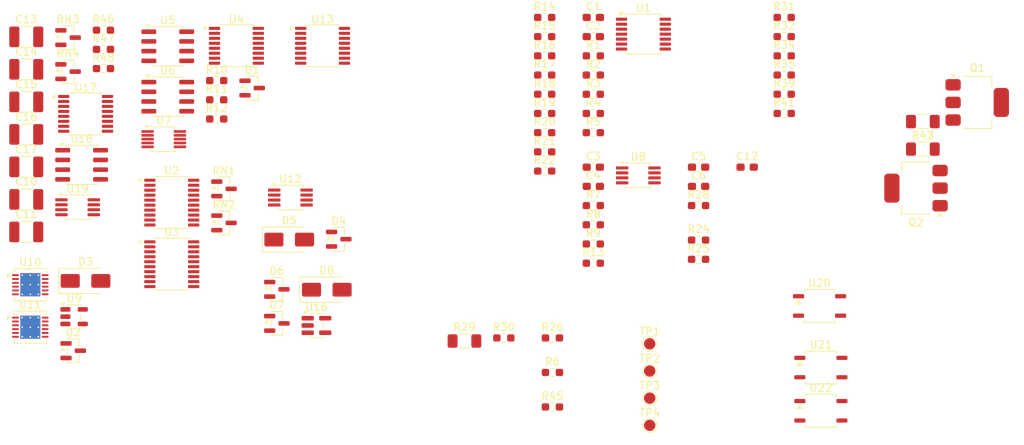
<source format=kicad_pcb>
(kicad_pcb (version 20241229) (generator "pcbnew") (generator_version "9.0")
  (layers (0 "F.Cu" signal) (2 "B.Cu" signal) (13 "F.Paste" user) (15 "B.Paste" user) (5 "F.SilkS" user "F.Silkscreen") (7 "B.SilkS" user "B.Silkscreen") (1 "F.Mask" user) (3 "B.Mask" user) (25 "Edge.Cuts" user))
  (net 0 "")
  (net 1 "+5VREF_ISO")
  (net 2 "GND_ISO")
  (net 3 "+2.5VREF_ISO")
  (net 4 "Net-(U3-CCOMP)")
  (net 5 "+7V_ISO")
  (net 6 "/Block Diagram/LV Output/LV_OUTPUT")
  (net 7 "+21V_ISO")
  (net 8 "-21V_ISO")
  (net 9 "Net-(U5-VIN)")
  (net 10 "+VA_ISO")
  (net 11 "/Block Diagram/MV Output/MV_OUTPUT")
  (net 12 "-41V_ISO")
  (net 13 "+44V_ISO")
  (net 14 "/Block Diagram/HV Output/HV_DAC")
  (net 16 "Net-(C4-Pad2)")
  (net 17 "/Block Diagram/HV Output/HV_OUTPUT")
  (net 18 "Net-(U18-NR)")
  (net 19 "Net-(C17-Pad1)")
  (net 20 "Net-(D1-K-Pad3)")
  (net 21 "Net-(D7-A)")
  (net 23 "/Block Diagram/DAC/VOUT_A")
  (net 24 "+110V_ISO")
  (net 25 "Net-(Q1-B)")
  (net 26 "/Block Diagram/DAC/DAC_OUTPUT")
  (net 27 "Net-(Q1-E)")
  (net 28 "-110V_ISO")
  (net 29 "/Block Diagram/DAC/DAC_~{SYNC}")
  (net 30 "Net-(Q2-E)")
  (net 31 "/Block Diagram/DAC/DAC_SDO")
  (net 32 "Net-(Q2-B)")
  (net 33 "Net-(U1A--)")
  (net 34 "/Block Diagram/DAC/DAC_SCLK")
  (net 35 "Net-(R3-Pad2)")
  (net 36 "Net-(U1B--)")
  (net 37 "Net-(U5-Fo)")
  (net 38 "Net-(R10-Pad2)")
  (net 39 "Net-(R11-Pad2)")
  (net 40 "+VD_ISO")
  (net 41 "/Block Diagram/DAC/VOUT_B")
  (net 44 "Net-(U7--)")
  (net 48 "Net-(U2-CCOMP)")
  (net 49 "/Block Diagram/DAC/DAC_SDIN")
  (net 50 "/Block Diagram/MUX/HV_DAC")
  (net 51 "/Block Diagram/MUX/DAC_OUTPUT")
  (net 52 "/Block Diagram/MUX/MUX_A1")
  (net 53 "/Block Diagram/MUX/MUX_A0")
  (net 54 "/Block Diagram/MUX/VREF_TEST")
  (net 55 "/Block Diagram/MUX/HV_MEAS")
  (net 56 "/Block Diagram/MUX/MV_MEAS")
  (net 57 "/Block Diagram/MUX/MV_DAC")
  (net 58 "/Block Diagram/MUX/LV_MEAS")
  (net 59 "Net-(U10--IN)")
  (net 60 "/Block Diagram/MUX/LV_DAC")
  (net 61 "/Block Diagram/MUX/ADC_MEAS")
  (net 62 "/Block Diagram/MV Output/MV_ENABLE")
  (net 63 "Net-(U11--IN)")
  (net 65 "Net-(R16-Pad2)")
  (net 66 "/Block Diagram/MV Output/MV_DAC")
  (net 67 "/Block Diagram/MV Output/MV_MEAS")
  (net 68 "Net-(U11-ILIMIT)")
  (net 69 "Net-(U10-OUT)")
  (net 70 "Net-(U10-ILIMIT)")
  (net 71 "Net-(U11-+IN)")
  (net 72 "/Block Diagram/LV Output/MV_MEAS")
  (net 73 "Net-(U13-S3A)")
  (net 74 "/Block Diagram/HV Output/HV_MEAS")
  (net 75 "Net-(U14-RADJ)")
  (net 76 "Net-(U15-RADJ)")
  (net 77 "Net-(U14-OUT)")
  (net 78 "Net-(R46-Pad2)")
  (net 79 "/Block Diagram/ADC/ADC_SDO")
  (net 80 "Net-(R47-Pad2)")
  (net 81 "/Block Diagram/ADC/ADC_SCLK")
  (net 82 "/Block Diagram/ADC/ADC_~{CS}")
  (net 83 "Net-(U1C--)")
  (net 84 "Net-(U12-+)")
  (net 85 "Net-(U1D--)")
  (net 86 "Net-(U12--)")
  (net 87 "Net-(U2-SDIN)")
  (net 93 "Net-(U6--)")
  (net 94 "/Block Diagram/HV Output/MUX_A1")
  (net 95 "/Block Diagram/HV Output/MUX_A0")
  (net 96 "/Block Diagram/HV Output/HV_ENABLE")
  (net 97 "/Block Diagram/MV Output/MUX_A0")
  (net 98 "Net-(R6-Pad2)")
  (net 100 "Net-(U4-Pad14)")
  (net 101 "Net-(U19--)")
  (net 102 "/Block Diagram/ADC/SEL_x1")
  (net 104 "/Block Diagram/ADC/SEL_x10")
  (net 106 "/Block Diagram/ADC/SEL_x100")
  (net 107 "/Block Diagram/Voltage Reference/VREF_TEST")
  (net 108 "Net-(U6-+)")
  (net 110 "/Block Diagram/Voltage Reference/SEL_x10")
  (net 111 "/Block Diagram/Voltage Reference/SEL_x1")
  (net 112 "/Block Diagram/Voltage Reference/SEL_x100")
  (net 115 "Net-(U7-+IN0.4x)")
  (net 119 "/Block Diagram/ADC/ADC_MEAS")
  (net 131 "Net-(R45-Pad2)")
  (net 132 "Net-(U17-Pad14)")
  (net 134 "Net-(U18-VTRIM)")
  (net 139 "/Block Diagram/LV Output/LV_DAC")
  (net 140 "Net-(R29-Pad2)")
  (net 141 "Net-(U15-IN-)")
  (net 142 "Net-(C9-Pad2)")
  (net 143 "/Block Diagram/Output/OUTPUT")
  (net 145 "/Block Diagram/Output/LV_OUTPUT")
  (net 146 "/Block Diagram/Output/MV_OUTPUT")
  (net 149 "/Block Diagram/Output/HV_OUTPUT")
  (footprint "Package_TO_SOT_SMD:SOT-223-3_TabPin2" (layer "F.Cu") (at 163.2 71.3 180)
    (property "Reference" "Q2" (at 0 -4.5 0) (layer "F.SilkS"))
    (property "Value" "PBHV9540Z,115")
    (pad "1" smd roundrect (at -3.15 -2.3 180) (size 2 1.5) (layers "F.Cu" "F.Mask" "F.Paste") (net 32 "Net-(Q2-B)"))
    (pad "2" smd roundrect (at -3.15 0 180) (size 2 1.5) (layers "F.Cu" "F.Mask" "F.Paste") (net 28 "-110V_ISO"))
    (pad "2" smd roundrect (at 3.15 0 180) (size 2 3.8) (layers "F.Cu" "F.Mask" "F.Paste") (net 28 "-110V_ISO"))
    (pad "3" smd roundrect (at -3.15 2.3 180) (size 2 1.5) (layers "F.Cu" "F.Mask" "F.Paste") (net 30 "Net-(Q2-E)"))
  )
  (footprint "Package_TO_SOT_SMD:SOT-23" (layer "F.Cu") (at 53.05 92.545)
    (property "Reference" "D2" (at 0 -2.4 0) (layer "F.SilkS"))
    (property "Value" "BAV199")
    (pad "1" smd roundrect (at -0.9375 -0.95) (size 1.475 0.6) (layers "F.Cu" "F.Mask" "F.Paste") (net 12 "-41V_ISO"))
    (pad "2" smd roundrect (at -0.9375 0.95) (size 1.475 0.6) (layers "F.Cu" "F.Mask" "F.Paste") (net 13 "+44V_ISO"))
    (pad "3" smd roundrect (at 0.9375 0) (size 1.475 0.6) (layers "F.Cu" "F.Mask" "F.Paste") (net 11 "/Block Diagram/MV Output/MV_OUTPUT"))
  )
  (footprint "Resistor_SMD:R_0603_1608Metric_Pad0.98x0.95mm_HandSolder" (layer "F.Cu") (at 145.9775 61.54)
    (property "Reference" "R41" (at 0 -1.43 0) (layer "F.SilkS"))
    (property "Value" "500")
    (pad "1" smd roundrect (at -0.9125 0) (size 0.975 0.95) (layers "F.Cu" "F.Mask" "F.Paste") (net 77 "Net-(U14-OUT)"))
    (pad "2" smd roundrect (at 0.9125 0) (size 0.975 0.95) (layers "F.Cu" "F.Mask" "F.Paste") (net 32 "Net-(Q2-B)"))
  )
  (footprint "Package_TO_SOT_SMD:SOT-23" (layer "F.Cu") (at 79.67 84.525)
    (property "Reference" "D6" (at 0 -2.4 0) (layer "F.SilkS"))
    (property "Value" "BAV199")
    (pad "1" smd roundrect (at -0.9375 -0.95) (size 1.475 0.6) (layers "F.Cu" "F.Mask" "F.Paste") (net 21 "Net-(D7-A)"))
    (pad "2" smd roundrect (at -0.9375 0.95) (size 1.475 0.6) (layers "F.Cu" "F.Mask" "F.Paste") (net 14 "/Block Diagram/HV Output/HV_DAC"))
    (pad "3" smd roundrect (at 0.9375 0) (size 1.475 0.6) (layers "F.Cu" "F.Mask" "F.Paste"))
  )
  (footprint "Package_SO:SOIC-8_3.9x4.9mm_P1.27mm" (layer "F.Cu") (at 65.41 59.345)
    (property "Reference" "U6" (at 0 -3.4 0) (layer "F.SilkS"))
    (property "Value" "LT1077S8#TRPBF")
    (pad "1" smd roundrect (at -2.475 -1.905) (size 1.95 0.6) (layers "F.Cu" "F.Mask" "F.Paste"))
    (pad "2" smd roundrect (at -2.475 -0.635) (size 1.95 0.6) (layers "F.Cu" "F.Mask" "F.Paste") (net 93 "Net-(U6--)"))
    (pad "3" smd roundrect (at -2.475 0.635) (size 1.95 0.6) (layers "F.Cu" "F.Mask" "F.Paste") (net 108 "Net-(U6-+)"))
    (pad "4" smd roundrect (at -2.475 1.905) (size 1.95 0.6) (layers "F.Cu" "F.Mask" "F.Paste") (net 2 "GND_ISO"))
    (pad "5" smd roundrect (at 2.475 1.905) (size 1.95 0.6) (layers "F.Cu" "F.Mask" "F.Paste"))
    (pad "6" smd roundrect (at 2.475 0.635) (size 1.95 0.6) (layers "F.Cu" "F.Mask" "F.Paste") (net 20 "Net-(D1-K-Pad3)"))
    (pad "7" smd roundrect (at 2.475 -0.635) (size 1.95 0.6) (layers "F.Cu" "F.Mask" "F.Paste") (net 10 "+VA_ISO"))
    (pad "8" smd roundrect (at 2.475 -1.905) (size 1.95 0.6) (layers "F.Cu" "F.Mask" "F.Paste"))
  )
  (footprint "Package_SO:SOIC-8_3.9x4.9mm_P1.27mm" (layer "F.Cu") (at 54.15 68.25)
    (property "Reference" "U18" (at 0 -3.4 0) (layer "F.SilkS"))
    (property "Value" "LT1027CCS8-5#PBF")
    (pad "1" smd roundrect (at -2.475 -1.905) (size 1.95 0.6) (layers "F.Cu" "F.Mask" "F.Paste") (net 18 "Net-(U18-NR)"))
    (pad "2" smd roundrect (at -2.475 -0.635) (size 1.95 0.6) (layers "F.Cu" "F.Mask" "F.Paste") (net 2 "GND_ISO"))
    (pad "3" smd roundrect (at -2.475 0.635) (size 1.95 0.6) (layers "F.Cu" "F.Mask" "F.Paste") (net 134 "Net-(U18-VTRIM)"))
    (pad "4" smd roundrect (at -2.475 1.905) (size 1.95 0.6) (layers "F.Cu" "F.Mask" "F.Paste") (net 1 "+5VREF_ISO"))
    (pad "5" smd roundrect (at 2.475 1.905) (size 1.95 0.6) (layers "F.Cu" "F.Mask" "F.Paste"))
    (pad "6" smd roundrect (at 2.475 0.635) (size 1.95 0.6) (layers "F.Cu" "F.Mask" "F.Paste"))
    (pad "7" smd roundrect (at 2.475 -0.635) (size 1.95 0.6) (layers "F.Cu" "F.Mask" "F.Paste"))
    (pad "8" smd roundrect (at 2.475 -1.905) (size 1.95 0.6) (layers "F.Cu" "F.Mask" "F.Paste") (net 5 "+7V_ISO"))
  )
  (footprint "Resistor_SMD:R_1206_3216Metric_Pad1.30x1.75mm_HandSolder" (layer "F.Cu") (at 164.1 66.2)
    (property "Reference" "R43" (at 0 -1.83 0) (layer "F.SilkS"))
    (property "Value" "5/250mW")
    (pad "1" smd roundrect (at -1.55 0) (size 1.3 1.75) (layers "F.Cu" "F.Mask" "F.Paste") (roundrect_rratio 0.192308) (net 142 "Net-(C9-Pad2)"))
    (pad "2" smd roundrect (at 1.55 0) (size 1.3 1.75) (layers "F.Cu" "F.Mask" "F.Paste") (roundrect_rratio 0.192308) (net 30 "Net-(Q2-E)"))
  )
  (footprint "Package_SO:MSOP-8_3x3mm_P0.65mm" (layer "F.Cu") (at 53.63 73.8)
    (property "Reference" "U19" (at 0 -2.45 0) (layer "F.SilkS"))
    (property "Value" "ADA4077-1xRM")
    (pad "1" smd roundrect (at -2.1125 -0.975) (size 1.625 0.4) (layers "F.Cu" "F.Mask" "F.Paste"))
    (pad "2" smd roundrect (at -2.1125 -0.325) (size 1.625 0.4) (layers "F.Cu" "F.Mask" "F.Paste") (net 101 "Net-(U19--)"))
    (pad "3" smd roundrect (at -2.1125 0.325) (size 1.625 0.4) (layers "F.Cu" "F.Mask" "F.Paste") (net 1 "+5VREF_ISO"))
    (pad "4" smd roundrect (at -2.1125 0.975) (size 1.625 0.4) (layers "F.Cu" "F.Mask" "F.Paste") (net 2 "GND_ISO"))
    (pad "5" smd roundrect (at 2.1125 0.975) (size 1.625 0.4) (layers "F.Cu" "F.Mask" "F.Paste"))
    (pad "6" smd roundrect (at 2.1125 0.325) (size 1.625 0.4) (layers "F.Cu" "F.Mask" "F.Paste") (net 19 "Net-(C17-Pad1)"))
    (pad "7" smd roundrect (at 2.1125 -0.325) (size 1.625 0.4) (layers "F.Cu" "F.Mask" "F.Paste") (net 7 "+21V_ISO"))
    (pad "8" smd roundrect (at 2.1125 -0.975) (size 1.625 0.4) (layers "F.Cu" "F.Mask" "F.Paste"))
  )
  (footprint "Capacitor_SMD:C_0603_1608Metric_Pad1.08x0.95mm_HandSolder" (layer "F.Cu") (at 134.7875 71.07)
    (property "Reference" "C6" (at 0 -1.43 0) (layer "F.SilkS"))
    (property "Value" "0.1u/100V")
    (pad "1" smd roundrect (at -0.8625 0) (size 1.075 0.95) (layers "F.Cu" "F.Mask" "F.Paste") (net 8 "-21V_ISO"))
    (pad "2" smd roundrect (at 0.8625 0) (size 1.075 0.95) (layers "F.Cu" "F.Mask" "F.Paste") (net 2 "GND_ISO"))
  )
  (footprint "Resistor_SMD:R_0603_1608Metric_Pad0.98x0.95mm_HandSolder" (layer "F.Cu") (at 121.0275 61.54)
    (property "Reference" "R4" (at 0 -1.43 0) (layer "F.SilkS"))
    (property "Value" "10k/0.1%")
    (pad "1" smd roundrect (at -0.9125 0) (size 0.975 0.95) (layers "F.Cu" "F.Mask" "F.Paste") (net 35 "Net-(R3-Pad2)"))
    (pad "2" smd roundrect (at 0.9125 0) (size 0.975 0.95) (layers "F.Cu" "F.Mask" "F.Paste") (net 36 "Net-(U1B--)"))
  )
  (footprint "Capacitor_SMD:C_1210_3225Metric_Pad1.33x2.70mm_HandSolder" (layer "F.Cu") (at 46.92 60.025)
    (property "Reference" "C15" (at 0 -2.3 0) (layer "F.SilkS"))
    (property "Value" "4u7/50V")
    (pad "1" smd roundrect (at -1.5625 0) (size 1.325 2.7) (layers "F.Cu" "F.Mask" "F.Paste") (roundrect_rratio 0.188679) (net 3 "+2.5VREF_ISO"))
    (pad "2" smd roundrect (at 1.5625 0) (size 1.325 2.7) (layers "F.Cu" "F.Mask" "F.Paste") (roundrect_rratio 0.188679) (net 2 "GND_ISO"))
  )
  (footprint "Diode_SMD:D_SMA" (layer "F.Cu") (at 86.195 84.575)
    (property "Reference" "D8" (at 0 -2.5 0) (layer "F.SilkS"))
    (property "Value" "SMAJ120CA")
    (pad "1" smd roundrect (at -2 0) (size 2.5 1.8) (layers "F.Cu" "F.Mask" "F.Paste") (roundrect_rratio 0.1388888889) (net 2 "GND_ISO"))
    (pad "2" smd roundrect (at 2 0) (size 2.5 1.8) (layers "F.Cu" "F.Mask" "F.Paste") (roundrect_rratio 0.1388888889) (net 17 "/Block Diagram/HV Output/HV_OUTPUT"))
  )
  (footprint "Resistor_SMD:R_0603_1608Metric_Pad0.98x0.95mm_HandSolder" (layer "F.Cu") (at 114.6775 48.99)
    (property "Reference" "R14" (at 0 -1.43 0) (layer "F.SilkS"))
    (property "Value" "10k/0.1%/250mW")
    (pad "1" smd roundrect (at -0.9125 0) (size 0.975 0.95) (layers "F.Cu" "F.Mask" "F.Paste") (net 2 "GND_ISO"))
    (pad "2" smd roundrect (at 0.9125 0) (size 0.975 0.95) (layers "F.Cu" "F.Mask" "F.Paste") (net 59 "Net-(U10--IN)"))
  )
  (footprint "Capacitor_SMD:C_0603_1608Metric_Pad1.08x0.95mm_HandSolder" (layer "F.Cu") (at 121.0275 68.56)
    (property "Reference" "C3" (at 0 -1.43 0) (layer "F.SilkS"))
    (property "Value" "C")
    (pad "1" smd roundrect (at -0.8625 0) (size 1.075 0.95) (layers "F.Cu" "F.Mask" "F.Paste") (net 9 "Net-(U5-VIN)"))
    (pad "2" smd roundrect (at 0.8625 0) (size 1.075 0.95) (layers "F.Cu" "F.Mask" "F.Paste") (net 2 "GND_ISO"))
  )
  (footprint "Resistor_SMD:R_0603_1608Metric_Pad0.98x0.95mm_HandSolder" (layer "F.Cu") (at 145.9775 51.5)
    (property "Reference" "R32" (at 0 -1.43 0) (layer "F.SilkS"))
    (property "Value" "9k76/0.1%")
    (pad "1" smd roundrect (at -0.9125 0) (size 0.975 0.95) (layers "F.Cu" "F.Mask" "F.Paste") (net 2 "GND_ISO"))
    (pad "2" smd roundrect (at 0.9125 0) (size 0.975 0.95) (layers "F.Cu" "F.Mask" "F.Paste") (net 21 "Net-(D7-A)"))
  )
  (footprint "Resistor_SMD:R_0603_1608Metric_Pad0.98x0.95mm_HandSolder" (layer "F.Cu") (at 115.6875 99.9)
    (property "Reference" "R45" (at 0 -1.43 0) (layer "F.SilkS"))
    (property "Value" "100k/0.1%")
    (pad "1" smd roundrect (at -0.9125 0) (size 0.975 0.95) (layers "F.Cu" "F.Mask" "F.Paste") (net 40 "+VD_ISO"))
    (pad "2" smd roundrect (at 0.9125 0) (size 0.975 0.95) (layers "F.Cu" "F.Mask" "F.Paste") (net 131 "Net-(R45-Pad2)"))
  )
  (footprint "Resistor_SMD:R_0603_1608Metric_Pad0.98x0.95mm_HandSolder" (layer "F.Cu") (at 121.0275 73.58)
    (property "Reference" "R7" (at 0 -1.43 0) (layer "F.SilkS"))
    (property "Value" "0R")
    (pad "1" smd roundrect (at -0.9125 0) (size 0.975 0.95) (layers "F.Cu" "F.Mask" "F.Paste") (net 40 "+VD_ISO"))
    (pad "2" smd roundrect (at 0.9125 0) (size 0.975 0.95) (layers "F.Cu" "F.Mask" "F.Paste") (net 37 "Net-(U5-Fo)"))
  )
  (footprint "TestPoint:TestPoint_Pad_D1.5mm" (layer "F.Cu") (at 128.4 95.2)
    (property "Reference" "TP2" (at 0 -1.648 0) (layer "F.SilkS"))
    (property "Value" "TestPoint")
    (pad "1" smd circle (at 0 0) (size 1.5 1.5) (layers "F.Cu" "F.Mask") (net 16 "Net-(C4-Pad2)"))
  )
  (footprint "Resistor_SMD:R_0603_1608Metric_Pad0.98x0.95mm_HandSolder" (layer "F.Cu") (at 145.9775 48.99)
    (property "Reference" "R31" (at 0 -1.43 0) (layer "F.SilkS"))
    (property "Value" "49k9/0.1%")
    (pad "1" smd roundrect (at -0.9125 0) (size 0.975 0.95) (layers "F.Cu" "F.Mask" "F.Paste") (net 74 "/Block Diagram/HV Output/HV_MEAS"))
    (pad "2" smd roundrect (at 0.9125 0) (size 0.975 0.95) (layers "F.Cu" "F.Mask" "F.Paste") (net 2 "GND_ISO"))
  )
  (footprint "Capacitor_SMD:C_0603_1608Metric_Pad1.08x0.95mm_HandSolder" (layer "F.Cu") (at 121.0275 51.5)
    (property "Reference" "C2" (at 0 -1.43 0) (layer "F.SilkS"))
    (property "Value" "470p")
    (pad "1" smd roundrect (at -0.8625 0) (size 1.075 0.95) (layers "F.Cu" "F.Mask" "F.Paste") (net 4 "Net-(U3-CCOMP)"))
    (pad "2" smd roundrect (at 0.8625 0) (size 1.075 0.95) (layers "F.Cu" "F.Mask" "F.Paste") (net 41 "/Block Diagram/DAC/VOUT_B"))
  )
  (footprint "Package_TO_SOT_SMD:SOT-23" (layer "F.Cu") (at 72.76 75.845)
    (property "Reference" "RN2" (at 0 -2.4 0) (layer "F.SilkS"))
    (property "Value" "MPMT1002AT5")
    (pad "1" smd roundrect (at -0.9375 -0.95) (size 1.475 0.6) (layers "F.Cu" "F.Mask" "F.Paste") (net 26 "/Block Diagram/DAC/DAC_OUTPUT"))
    (pad "2" smd roundrect (at -0.9375 0.95) (size 1.475 0.6) (layers "F.Cu" "F.Mask" "F.Paste") (net 35 "Net-(R3-Pad2)"))
    (pad "3" smd roundrect (at 0.9375 0) (size 1.475 0.6) (layers "F.Cu" "F.Mask" "F.Paste") (net 36 "Net-(U1B--)"))
  )
  (footprint "Package_SO:TSSOP-14_4.4x5mm_P0.65mm" (layer "F.Cu") (at 127.5775 51.175)
    (property "Reference" "U1" (at 0 -3.45 0) (layer "F.SilkS"))
    (property "Value" "ADA4522-4ARUZ")
    (pad "1" smd roundrect (at -2.8625 -1.95) (size 1.475 0.4) (layers "F.Cu" "F.Mask" "F.Paste") (net 35 "Net-(R3-Pad2)"))
    (pad "2" smd roundrect (at -2.8625 -1.3) (size 1.475 0.4) (layers "F.Cu" "F.Mask" "F.Paste") (net 33 "Net-(U1A--)"))
    (pad "3" smd roundrect (at -2.8625 -0.65) (size 1.475 0.4) (layers "F.Cu" "F.Mask" "F.Paste") (net 2 "GND_ISO"))
    (pad "4" smd roundrect (at -2.8625 0) (size 1.475 0.4) (layers "F.Cu" "F.Mask" "F.Paste") (net 7 "+21V_ISO"))
    (pad "5" smd roundrect (at -2.8625 0.65) (size 1.475 0.4) (layers "F.Cu" "F.Mask" "F.Paste") (net 2 "GND_ISO"))
    (pad "6" smd roundrect (at -2.8625 1.3) (size 1.475 0.4) (layers "F.Cu" "F.Mask" "F.Paste") (net 36 "Net-(U1B--)"))
    (pad "7" smd roundrect (at -2.8625 1.95) (size 1.475 0.4) (layers "F.Cu" "F.Mask" "F.Paste") (net 26 "/Block Diagram/DAC/DAC_OUTPUT"))
    (pad "8" smd roundrect (at 2.8625 1.95) (size 1.475 0.4) (layers "F.Cu" "F.Mask" "F.Paste") (net 83 "Net-(U1C--)"))
    (pad "9" smd roundrect (at 2.8625 1.3) (size 1.475 0.4) (layers "F.Cu" "F.Mask" "F.Paste") (net 83 "Net-(U1C--)"))
    (pad "10" smd roundrect (at 2.8625 0.65) (size 1.475 0.4) (layers "F.Cu" "F.Mask" "F.Paste") (net 23 "/Block Diagram/DAC/VOUT_A"))
    (pad "11" smd roundrect (at 2.8625 0) (size 1.475 0.4) (layers "F.Cu" "F.Mask" "F.Paste") (net 8 "-21V_ISO"))
    (pad "12" smd roundrect (at 2.8625 -0.65) (size 1.475 0.4) (layers "F.Cu" "F.Mask" "F.Paste") (net 41 "/Block Diagram/DAC/VOUT_B"))
    (pad "13" smd roundrect (at 2.8625 -1.3) (size 1.475 0.4) (layers "F.Cu" "F.Mask" "F.Paste") (net 85 "Net-(U1D--)"))
    (pad "14" smd roundrect (at 2.8625 -1.95) (size 1.475 0.4) (layers "F.Cu" "F.Mask" "F.Paste") (net 85 "Net-(U1D--)"))
  )
  (footprint "Resistor_SMD:R_0603_1608Metric_Pad0.98x0.95mm_HandSolder" (layer "F.Cu") (at 115.6875 90.88)
    (property "Reference" "R26" (at 0 -1.43 0) (layer "F.SilkS"))
    (property "Value" "1k/0.1%")
    (pad "1" smd roundrect (at -0.9125 0) (size 0.975 0.95) (layers "F.Cu" "F.Mask" "F.Paste") (net 84 "Net-(U12-+)"))
    (pad "2" smd roundrect (at 0.9125 0) (size 0.975 0.95) (layers "F.Cu" "F.Mask" "F.Paste") (net 139 "/Block Diagram/LV Output/LV_DAC"))
  )
  (footprint "Package_TO_SOT_SMD:SOT-223-3_TabPin2" (layer "F.Cu") (at 171.2 60.1)
    (property "Reference" "Q1" (at 0 -4.5 0) (layer "F.SilkS"))
    (property "Value" "PBHV8140Z,115")
    (pad "1" smd roundrect (at -3.15 -2.3) (size 2 1.5) (layers "F.Cu" "F.Mask" "F.Paste") (net 25 "Net-(Q1-B)"))
    (pad "2" smd roundrect (at -3.15 0) (size 2 1.5) (layers "F.Cu" "F.Mask" "F.Paste") (net 24 "+110V_ISO"))
    (pad "2" smd roundrect (at 3.15 0) (size 2 3.8) (layers "F.Cu" "F.Mask" "F.Paste") (net 24 "+110V_ISO"))
    (pad "3" smd roundrect (at -3.15 2.3) (size 2 1.5) (layers "F.Cu" "F.Mask" "F.Paste") (net 27 "Net-(Q1-E)"))
  )
  (footprint "Resistor_SMD:R_0603_1608Metric_Pad0.98x0.95mm_HandSolder" (layer "F.Cu") (at 114.6775 64.05)
    (property "Reference" "R20" (at 0 -1.43 0) (layer "F.SilkS"))
    (property "Value" "10k/0.1%/250mW")
    (pad "1" smd roundrect (at -0.9125 0) (size 0.975 0.95) (layers "F.Cu" "F.Mask" "F.Paste") (net 59 "Net-(U10--IN)"))
    (pad "2" smd roundrect (at 0.9125 0) (size 0.975 0.95) (layers "F.Cu" "F.Mask" "F.Paste") (net 69 "Net-(U10-OUT)"))
  )
  (footprint "Resistor_SMD:R_0603_1608Metric_Pad0.98x0.95mm_HandSolder" (layer "F.Cu") (at 114.6775 51.5)
    (property "Reference" "R15" (at 0 -1.43 0) (layer "F.SilkS"))
    (property "Value" "100k/0.1%")
    (pad "1" smd roundrect (at -0.9125 0) (size 0.975 0.95) (layers "F.Cu" "F.Mask" "F.Paste") (net 2 "GND_ISO"))
    (pad "2" smd roundrect (at 0.9125 0) (size 0.975 0.95) (layers "F.Cu" "F.Mask" "F.Paste") (net 66 "/Block Diagram/MV Output/MV_DAC"))
  )
  (footprint "Resistor_SMD:R_0603_1608Metric_Pad0.98x0.95mm_HandSolder" (layer "F.Cu") (at 57.01 55.675)
    (property "Reference" "R48" (at 0 -1.43 0) (layer "F.SilkS"))
    (property "Value" "2k/0.05%")
    (pad "1" smd roundrect (at -0.9125 0) (size 0.975 0.95) (layers "F.Cu" "F.Mask" "F.Paste") (net 80 "Net-(R47-Pad2)"))
    (pad "2" smd roundrect (at 0.9125 0) (size 0.975 0.95) (layers "F.Cu" "F.Mask" "F.Paste") (net 2 "GND_ISO"))
  )
  (footprint "Package_SO:SOP-4_3.8x4.1mm_P2.54mm" (layer "F.Cu") (at 150.77 100.4)
    (property "Reference" "U22" (at 0 -3 0) (layer "F.SilkS"))
    (property "Value" "CPC1010N")
    (pad "1" smd roundrect (at -2.75 -1.27) (size 1.45 0.55) (layers "F.Cu" "F.Mask" "F.Paste"))
    (pad "2" smd roundrect (at -2.75 1.27) (size 1.45 0.55) (layers "F.Cu" "F.Mask" "F.Paste") (net 2 "GND_ISO"))
    (pad "3" smd roundrect (at 2.75 1.27) (size 1.45 0.55) (layers "F.Cu" "F.Mask" "F.Paste") (net 143 "/Block Diagram/Output/OUTPUT"))
    (pad "4" smd roundrect (at 2.75 -1.27) (size 1.45 0.55) (layers "F.Cu" "F.Mask" "F.Paste") (net 149 "/Block Diagram/Output/HV_OUTPUT"))
  )
  (footprint "Diode_SMD:D_SMA" (layer "F.Cu") (at 81.285 78.025)
    (property "Reference" "D5" (at 0 -2.5 0) (layer "F.SilkS"))
    (property "Value" "SMAJ26CA")
    (pad "1" smd roundrect (at -2 0) (size 2.5 1.8) (layers "F.Cu" "F.Mask" "F.Paste") (roundrect_rratio 0.1388888889) (net 2 "GND_ISO"))
    (pad "2" smd roundrect (at 2 0) (size 2.5 1.8) (layers "F.Cu" "F.Mask" "F.Paste") (roundrect_rratio 0.1388888889) (net 6 "/Block Diagram/LV Output/LV_OUTPUT"))
  )
  (footprint "Resistor_SMD:R_0603_1608Metric_Pad0.98x0.95mm_HandSolder" (layer "F.Cu") (at 114.6775 54.01)
    (property "Reference" "R16" (at 0 -1.43 0) (layer "F.SilkS"))
    (property "Value" "147k/0.1%")
    (pad "1" smd roundrect (at -0.9125 0) (size 0.975 0.95) (layers "F.Cu" "F.Mask" "F.Paste") (net 63 "Net-(U11--IN)"))
    (pad "2" smd roundrect (at 0.9125 0) (size 0.975 0.95) (layers "F.Cu" "F.Mask" "F.Paste") (net 65 "Net-(R16-Pad2)"))
  )
  (footprint "Package_TO_SOT_SMD:SC-74A-5_1.55x2.9mm_P0.95mm" (layer "F.Cu") (at 84.85 89.25)
    (property "Reference" "U16" (at 0 -2.4 0) (layer "F.SilkS"))
    (property "Value" "74LV1T08GV")
    (pad "1" smd roundrect (at -1.15 -0.95) (size 1.6 0.6) (layers "F.Cu" "F.Mask" "F.Paste") (net 94 "/Block Diagram/HV Output/MUX_A1"))
    (pad "2" smd roundrect (at -1.15 0) (size 1.6 0.6) (layers "F.Cu" "F.Mask" "F.Paste") (net 95 "/Block Diagram/HV Output/MUX_A0"))
    (pad "3" smd roundrect (at -1.15 0.95) (size 1.6 0.6) (layers "F.Cu" "F.Mask" "F.Paste") (net 2 "GND_ISO"))
    (pad "4" smd roundrect (at 1.15 0.95) (size 1.6 0.6) (layers "F.Cu" "F.Mask" "F.Paste") (net 96 "/Block Diagram/HV Output/HV_ENABLE"))
    (pad "5" smd roundrect (at 1.15 -0.95) (size 1.6 0.6) (layers "F.Cu" "F.Mask" "F.Paste") (net 40 "+VD_ISO"))
  )
  (footprint "Package_TO_SOT_SMD:SOT-23" (layer "F.Cu") (at 79.67 88.975)
    (property "Reference" "D7" (at 0 -2.4 0) (layer "F.SilkS"))
    (property "Value" "BAV199")
    (pad "1" smd roundrect (at -0.9375 -0.95) (size 1.475 0.6) (layers "F.Cu" "F.Mask" "F.Paste") (net 14 "/Block Diagram/HV Output/HV_DAC"))
    (pad "2" smd roundrect (at -0.9375 0.95) (size 1.475 0.6) (layers "F.Cu" "F.Mask" "F.Paste") (net 21 "Net-(D7-A)"))
    (pad "3" smd roundrect (at 0.9375 0) (size 1.475 0.6) (layers "F.Cu" "F.Mask" "F.Paste"))
  )
  (footprint "Capacitor_SMD:C_1210_3225Metric_Pad1.33x2.70mm_HandSolder" (layer "F.Cu") (at 46.92 72.775)
    (property "Reference" "C10" (at 0 -2.3 0) (layer "F.SilkS"))
    (property "Value" "4u7/50V")
    (pad "1" smd roundrect (at -1.5625 0) (size 1.325 2.7) (layers "F.Cu" "F.Mask" "F.Paste") (roundrect_rratio 0.188679) (net 5 "+7V_ISO"))
    (pad "2" smd roundrect (at 1.5625 0) (size 1.325 2.7) (layers "F.Cu" "F.Mask" "F.Paste") (roundrect_rratio 0.188679) (net 2 "GND_ISO"))
  )
  (footprint "Resistor_SMD:R_0603_1608Metric_Pad0.98x0.95mm_HandSolder" (layer "F.Cu") (at 121.0275 78.6)
    (property "Reference" "R9" (at 0 -1.43 0) (layer "F.SilkS"))
    (property "Value" "R")
    (pad "1" smd roundrect (at -0.9125 0) (size 0.975 0.95) (layers "F.Cu" "F.Mask" "F.Paste") (net 9 "Net-(U5-VIN)"))
    (pad "2" smd roundrect (at 0.9125 0) (size 0.975 0.95) (layers "F.Cu" "F.Mask" "F.Paste") (net 20 "Net-(D1-K-Pad3)"))
  )
  (footprint "Resistor_SMD:R_0603_1608Metric_Pad0.98x0.95mm_HandSolder" (layer "F.Cu") (at 109.3375 90.88)
    (property "Reference" "R30" (at 0 -1.43 0) (layer "F.SilkS"))
    (property "Value" "RN73C1J100RBTDF")
    (pad "1" smd roundrect (at -0.9125 0) (size 0.975 0.95) (layers "F.Cu" "F.Mask" "F.Paste") (net 140 "Net-(R29-Pad2)"))
    (pad "2" smd roundrect (at 0.9125 0) (size 0.975 0.95) (layers "F.Cu" "F.Mask" "F.Paste") (net 74 "/Block Diagram/HV Output/HV_MEAS"))
  )
  (footprint "Resistor_SMD:R_0603_1608Metric_Pad0.98x0.95mm_HandSolder" (layer "F.Cu") (at 134.7875 80.6)
    (property "Reference" "R25" (at 0 -1.43 0) (layer "F.SilkS"))
    (property "Value" "49k9/0.1%")
    (pad "1" smd roundrect (at -0.9125 0) (size 0.975 0.95) (layers "F.Cu" "F.Mask" "F.Paste") (net 72 "/Block Diagram/LV Output/MV_MEAS"))
    (pad "2" smd roundrect (at 0.9125 0) (size 0.975 0.95) (layers "F.Cu" "F.Mask" "F.Paste") (net 2 "GND_ISO"))
  )
  (footprint "TestPoint:TestPoint_Pad_D1.5mm" (layer "F.Cu") (at 128.4 102.3)
    (property "Reference" "TP4" (at 0 -1.648 0) (layer "F.SilkS"))
    (property "Value" "TestPoint")
    (pad "1" smd circle (at 0 0) (size 1.5 1.5) (layers "F.Cu" "F.Mask") (net 119 "/Block Diagram/ADC/ADC_MEAS"))
  )
  (footprint "Resistor_SMD:R_0603_1608Metric_Pad0.98x0.95mm_HandSolder" (layer "F.Cu") (at 71.81 57.245)
    (property "Reference" "R10" (at 0 -1.43 0) (layer "F.SilkS"))
    (property "Value" "180k/0.05%")
    (pad "1" smd roundrect (at -0.9125 0) (size 0.975 0.95) (layers "F.Cu" "F.Mask" "F.Paste") (net 20 "Net-(D1-K-Pad3)"))
    (pad "2" smd roundrect (at 0.9125 0) (size 0.975 0.95) (layers "F.Cu" "F.Mask" "F.Paste") (net 38 "Net-(R10-Pad2)"))
  )
  (footprint "Capacitor_SMD:C_0603_1608Metric_Pad1.08x0.95mm_HandSolder" (layer "F.Cu") (at 121.0275 71.07)
    (property "Reference" "C4" (at 0 -1.43 0) (layer "F.SilkS"))
    (property "Value" "C")
    (pad "1" smd roundrect (at -0.8625 0) (size 1.075 0.95) (layers "F.Cu" "F.Mask" "F.Paste") (net 2 "GND_ISO"))
    (pad "2" smd roundrect (at 0.8625 0) (size 1.075 0.95) (layers "F.Cu" "F.Mask" "F.Paste") (net 16 "Net-(C4-Pad2)"))
  )
  (footprint "Capacitor_SMD:C_0603_1608Metric_Pad1.08x0.95mm_HandSolder" (layer "F.Cu") (at 134.7875 68.56)
    (property "Reference" "C5" (at 0 -1.43 0) (layer "F.SilkS"))
    (property "Value" "0.1u/100V")
    (pad "1" smd roundrect (at -0.8625 0) (size 1.075 0.95) (layers "F.Cu" "F.Mask" "F.Paste") (net 7 "+21V_ISO"))
    (pad "2" smd roundrect (at 0.8625 0) (size 1.075 0.95) (layers "F.Cu" "F.Mask" "F.Paste") (net 2 "GND_ISO"))
  )
  (footprint "Package_TO_SOT_SMD:SOT-23" (layer "F.Cu") (at 87.76 77.975)
    (property "Reference" "D4" (at 0 -2.4 0) (layer "F.SilkS"))
    (property "Value" "BAV199")
    (pad "1" smd roundrect (at -0.9375 -0.95) (size 1.475 0.6) (layers "F.Cu" "F.Mask" "F.Paste") (net 8 "-21V_ISO"))
    (pad "2" smd roundrect (at -0.9375 0.95) (size 1.475 0.6) (layers "F.Cu" "F.Mask" "F.Paste") (net 7 "+21V_ISO"))
    (pad "3" smd roundrect (at 0.9375 0) (size 1.475 0.6) (layers "F.Cu" "F.Mask" "F.Paste") (net 6 "/Block Diagram/LV Output/LV_OUTPUT"))
  )
  (footprint "Package_SO:MSOP-10_3x3mm_P0.5mm" (layer "F.Cu") (at 64.89 64.9)
    (property "Reference" "U7" (at 0 -2.45 0) (layer "F.SilkS"))
    (property "Value" "AD8475xRMZ")
    (pad "1" smd roundrect (at -2.1125 -1) (size 1.625 0.35) (layers "F.Cu" "F.Mask" "F.Paste"))
    (pad "2" smd roundrect (at -2.1125 -0.5) (size 1.625 0.35) (layers "F.Cu" "F.Mask" "F.Paste") (net 2 "GND_ISO"))
    (pad "3" smd roundrect (at -2.1125 0) (size 1.625 0.35) (layers "F.Cu" "F.Mask" "F.Paste") (net 10 "+VA_ISO"))
    (pad "4" smd roundrect (at -2.1125 0.5) (size 1.625 0.35) (layers "F.Cu" "F.Mask" "F.Paste") (net 3 "+2.5VREF_ISO"))
    (pad "5" smd roundrect (at -2.1125 1) (size 1.625 0.35) (layers "F.Cu" "F.Mask" "F.Paste") (net 108 "Net-(U6-+)"))
    (pad "6" smd roundrect (at 2.1125 1) (size 1.625 0.35) (layers "F.Cu" "F.Mask" "F.Paste") (net 44 "Net-(U7--)"))
    (pad "7" smd roundrect (at 2.1125 0.5) (size 1.625 0.35) (layers "F.Cu" "F.Mask" "F.Paste"))
    (pad "8" smd roundrect (at 2.1125 0) (size 1.625 0.35) (layers "F.Cu" "F.Mask" "F.Paste") (net 2 "GND_ISO"))
    (pad "9" smd roundrect (at 2.1125 -0.5) (size 1.625 0.35) (layers "F.Cu" "F.Mask" "F.Paste") (net 115 "Net-(U7-+IN0.4x)"))
    (pad "10" smd roundrect (at 2.1125 -1) (size 1.625 0.35) (layers "F.Cu" "F.Mask" "F.Paste"))
  )
  (footprint "Resistor_SMD:R_0603_1608Metric_Pad0.98x0.95mm_HandSolder" (layer "F.Cu") (at 134.7875 73.58)
    (property "Reference" "R28" (at 0 -1.43 0) (layer "F.SilkS"))
    (property "Value" "100k/0.1%")
    (pad "1" smd roundrect (at -0.9125 0) (size 0.975 0.95) (layers "F.Cu" "F.Mask" "F.Paste") (net 73 "Net-(U13-S3A)"))
    (pad "2" smd roundrect (at 0.9125 0) (size 0.975 0.95) (layers "F.Cu" "F.Mask" "F.Paste") (net 2 "GND_ISO"))
  )
  (footprint "Resistor_SMD:R_0603_1608Metric_Pad0.98x0.95mm_HandSolder" (layer "F.Cu") (at 121.0275 59.03)
    (property "Reference" "R3" (at 0 -1.43 0) (layer "F.SilkS"))
    (property "Value" "10k/0.1%")
    (pad "1" smd roundrect (at -0.9125 0) (size 0.975 0.95) (layers "F.Cu" "F.Mask" "F.Paste") (net 33 "Net-(U1A--)"))
    (pad "2" smd roundrect (at 0.9125 0) (size 0.975 0.95) (layers "F.Cu" "F.Mask" "F.Paste") (net 35 "Net-(R3-Pad2)"))
  )
  (footprint "Capacitor_SMD:C_1210_3225Metric_Pad1.33x2.70mm_HandSolder" (layer "F.Cu") (at 46.92 51.525)
    (property "Reference" "C13" (at 0 -2.3 0) (layer "F.SilkS"))
    (property "Value" "4u7/50V")
    (pad "1" smd roundrect (at -1.5625 0) (size 1.325 2.7) (layers "F.Cu" "F.Mask" "F.Paste") (roundrect_rratio 0.188679) (net 1 "+5VREF_ISO"))
    (pad "2" smd roundrect (at 1.5625 0) (size 1.325 2.7) (layers "F.Cu" "F.Mask" "F.Paste") (roundrect_rratio 0.188679) (net 2 "GND_ISO"))
  )
  (footprint "Resistor_SMD:R_0603_1608Metric_Pad0.98x0.95mm_HandSolder" (layer "F.Cu") (at 114.6775 61.54)
    (property "Reference" "R19" (at 0 -1.43 0) (layer "F.SilkS"))
    (property "Value" "536k")
    (pad "1" smd roundrect (at -0.9125 0) (size 0.975 0.95) (layers "F.Cu" "F.Mask" "F.Paste") (net 12 "-41V_ISO"))
    (pad "2" smd roundrect (at 0.9125 0) (size 0.975 0.95) (layers "F.Cu" "F.Mask" "F.Paste") (net 68 "Net-(U11-ILIMIT)"))
  )
  (footprint "Resistor_SMD:R_0603_1608Metric_Pad0.98x0.95mm_HandSolder" (layer "F.Cu") (at 57.01 53.165)
    (property "Reference" "R47" (at 0 -1.43 0) (layer "F.SilkS"))
    (property "Value" "18k/0.05%")
    (pad "1" smd roundrect (at -0.9125 0) (size 0.975 0.95) (layers "F.Cu" "F.Mask" "F.Paste") (net 78 "Net-(R46-Pad2)"))
    (pad "2" smd roundrect (at 0.9125 0) (size 0.975 0.95) (layers "F.Cu" "F.Mask" "F.Paste") (net 80 "Net-(R47-Pad2)"))
  )
  (footprint "Package_TO_SOT_SMD:SOT-23" (layer "F.Cu") (at 52.38 51.625)
    (property "Reference" "RN3" (at 0 -2.4 0) (layer "F.SilkS"))
    (property "Value" "MPMT1002AT5")
    (pad "1" smd roundrect (at -0.9375 -0.95) (size 1.475 0.6) (layers "F.Cu" "F.Mask" "F.Paste") (net 2 "GND_ISO"))
    (pad "2" smd roundrect (at -0.9375 0.95) (size 1.475 0.6) (layers "F.Cu" "F.Mask" "F.Paste") (net 1 "+5VREF_ISO"))
    (pad "3" smd roundrect (at 0.9375 0) (size 1.475 0.6) (layers "F.Cu" "F.Mask" "F.Paste") (net 3 "+2.5VREF_ISO"))
  )
  (footprint "Resistor_SMD:R_0603_1608Metric_Pad0.98x0.95mm_HandSolder" (layer "F.Cu") (at 121.0275 54.01)
    (property "Reference" "R1" (at 0 -1.43 0) (layer "F.SilkS"))
    (property "Value" "100k/0.1%")
    (pad "1" smd roundrect (at -0.9125 0) (size 0.975 0.95) (layers "F.Cu" "F.Mask" "F.Paste") (net 41 "/Block Diagram/DAC/VOUT_B"))
    (pad "2" smd roundrect (at 0.9125 0) (size 0.975 0.95) (layers "F.Cu" "F.Mask" "F.Paste") (net 33 "Net-(U1A--)"))
  )
  (footprint "Package_SO:TSSOP-16_4.4x5mm_P0.65mm" (layer "F.Cu") (at 54.675 61.595)
    (property "Reference" "U17" (at 0 -3.45 0) (layer "F.SilkS"))
    (property "Value" "DG412EUE+")
    (pad "1" smd roundrect (at -2.8625 -2.275) (size 1.475 0.4) (layers "F.Cu" "F.Mask" "F.Paste") (net 111 "/Block Diagram/Voltage Reference/SEL_x1"))
    (pad "2" smd roundrect (at -2.8625 -1.625) (size 1.475 0.4) (layers "F.Cu" "F.Mask" "F.Paste") (net 19 "Net-(C17-Pad1)"))
    (pad "3" smd roundrect (at -2.8625 -0.975) (size 1.475 0.4) (layers "F.Cu" "F.Mask" "F.Paste") (net 107 "/Block Diagram/Voltage Reference/VREF_TEST"))
    (pad "4" smd roundrect (at -2.8625 -0.325) (size 1.475 0.4) (layers "F.Cu" "F.Mask" "F.Paste") (net 2 "GND_ISO"))
    (pad "5" smd roundrect (at -2.8625 0.325) (size 1.475 0.4) (layers "F.Cu" "F.Mask" "F.Paste") (net 2 "GND_ISO"))
    (pad "6" smd roundrect (at -2.8625 0.975) (size 1.475 0.4) (layers "F.Cu" "F.Mask" "F.Paste") (net 78 "Net-(R46-Pad2)"))
    (pad "7" smd roundrect (at -2.8625 1.625) (size 1.475 0.4) (layers "F.Cu" "F.Mask" "F.Paste") (net 107 "/Block Diagram/Voltage Reference/VREF_TEST"))
    (pad "8" smd roundrect (at -2.8625 2.275) (size 1.475 0.4) (layers "F.Cu" "F.Mask" "F.Paste") (net 110 "/Block Diagram/Voltage Reference/SEL_x10"))
    (pad "9" smd roundrect (at 2.8625 2.275) (size 1.475 0.4) (layers "F.Cu" "F.Mask" "F.Paste") (net 112 "/Block Diagram/Voltage Reference/SEL_x100"))
    (pad "10" smd roundrect (at 2.8625 1.625) (size 1.475 0.4) (layers "F.Cu" "F.Mask" "F.Paste") (net 80 "Net-(R47-Pad2)"))
    (pad "11" smd roundrect (at 2.8625 0.975) (size 1.475 0.4) (layers "F.Cu" "F.Mask" "F.Paste") (net 107 "/Block Diagram/Voltage Reference/VREF_TEST"))
    (pad "12" smd roundrect (at 2.8625 0.325) (size 1.475 0.4) (layers "F.Cu" "F.Mask" "F.Paste") (net 40 "+VD_ISO"))
    (pad "13" smd roundrect (at 2.8625 -0.325) (size 1.475 0.4) (layers "F.Cu" "F.Mask" "F.Paste") (net 7 "+21V_ISO"))
    (pad "14" smd roundrect (at 2.8625 -0.975) (size 1.475 0.4) (layers "F.Cu" "F.Mask" "F.Paste") (net 132 "Net-(U17-Pad14)"))
    (pad "15" smd roundrect (at 2.8625 -1.625) (size 1.475 0.4) (layers "F.Cu" "F.Mask" "F.Paste") (net 132 "Net-(U17-Pad14)"))
    (pad "16" smd roundrect (at 2.8625 -2.275) (size 1.475 0.4) (layers "F.Cu" "F.Mask" "F.Paste") (net 131 "Net-(R45-Pad2)"))
  )
  (footprint "Resistor_SMD:R_0603_1608Metric_Pad0.98x0.95mm_HandSolder" (layer "F.Cu") (at 115.6875 95.39)
    (property "Reference" "R6" (at 0 -1.43 0) (layer "F.SilkS"))
    (property "Value" "100k/0.1%")
    (pad "1" smd roundrect (at -0.9125 0) (size 0.975 0.95) (layers "F.Cu" "F.Mask" "F.Paste") (net 40 "+VD_ISO"))
    (pad "2" smd roundrect (at 0.9125 0) (size 0.975 0.95) (layers "F.Cu" "F.Mask" "F.Paste") (net 98 "Net-(R6-Pad2)"))
  )
  (footprint "Package_SO:TSSOP-16_4.4x5mm_P0.65mm" (layer "F.Cu") (at 85.645 52.695)
    (property "Reference" "U13" (at 0 -3.45 0) (layer "F.SilkS"))
    (property "Value" "TMUX8109PWR")
    (pad "1" smd roundrect (at -2.8625 -2.275) (size 1.475 0.4) (layers "F.Cu" "F.Mask" "F.Paste") (net 53 "/Block Diagram/MUX/MUX_A0"))
    (pad "2" smd roundrect (at -2.8625 -1.625) (size 1.475 0.4) (layers "F.Cu" "F.Mask" "F.Paste") (net 40 "+VD_ISO"))
    (pad "3" smd roundrect (at -2.8625 -0.975) (size 1.475 0.4) (layers "F.Cu" "F.Mask" "F.Paste") (net 8 "-21V_ISO"))
    (pad "4" smd roundrect (at -2.8625 -0.325) (size 1.475 0.4) (layers "F.Cu" "F.Mask" "F.Paste") (net 60 "/Block Diagram/MUX/LV_DAC"))
    (pad "5" smd roundrect (at -2.8625 0.325) (size 1.475 0.4) (layers "F.Cu" "F.Mask" "F.Paste") (net 57 "/Block Diagram/MUX/MV_DAC"))
    (pad "6" smd roundrect (at -2.8625 0.975) (size 1.475 0.4) (layers "F.Cu" "F.Mask" "F.Paste") (net 73 "Net-(U13-S3A)"))
    (pad "7" smd roundrect (at -2.8625 1.625) (size 1.475 0.4) (layers "F.Cu" "F.Mask" "F.Paste") (net 50 "/Block Diagram/MUX/HV_DAC"))
    (pad "8" smd roundrect (at -2.8625 2.275) (size 1.475 0.4) (layers "F.Cu" "F.Mask" "F.Paste") (net 51 "/Block Diagram/MUX/DAC_OUTPUT"))
    (pad "9" smd roundrect (at 2.8625 2.275) (size 1.475 0.4) (layers "F.Cu" "F.Mask" "F.Paste") (net 61 "/Block Diagram/MUX/ADC_MEAS"))
    (pad "10" smd roundrect (at 2.8625 1.625) (size 1.475 0.4) (layers "F.Cu" "F.Mask" "F.Paste") (net 54 "/Block Diagram/MUX/VREF_TEST"))
    (pad "11" smd roundrect (at 2.8625 0.975) (size 1.475 0.4) (layers "F.Cu" "F.Mask" "F.Paste") (net 55 "/Block Diagram/MUX/HV_MEAS"))
    (pad "12" smd roundrect (at 2.8625 0.325) (size 1.475 0.4) (layers "F.Cu" "F.Mask" "F.Paste") (net 56 "/Block Diagram/MUX/MV_MEAS"))
    (pad "13" smd roundrect (at 2.8625 -0.325) (size 1.475 0.4) (layers "F.Cu" "F.Mask" "F.Paste") (net 58 "/Block Diagram/MUX/LV_MEAS"))
    (pad "14" smd roundrect (at 2.8625 -0.975) (size 1.475 0.4) (layers "F.Cu" "F.Mask" "F.Paste") (net 7 "+21V_ISO"))
    (pad "15" smd roundrect (at 2.8625 -1.625) (size 1.475 0.4) (layers "F.Cu" "F.Mask" "F.Paste") (net 2 "GND_ISO"))
    (pad "16" smd roundrect (at 2.8625 -2.275) (size 1.475 0.4) (layers "F.Cu" "F.Mask" "F.Paste") (net 52 "/Block Diagram/MUX/MUX_A1"))
  )
  (footprint "Package_SO:TSSOP-20_4.4x6.5mm_P0.65mm" (layer "F.Cu") (at 65.935 81.245)
    (property "Reference" "U3" (at 0 -4.2 0) (layer "F.SilkS"))
    (property "Value" "DAC81401PWR")
    (pad "1" smd roundrect (at -2.8625 -2.925) (size 1.475 0.4) (layers "F.Cu" "F.Mask" "F.Paste"))
    (pad "2" smd roundrect (at -2.8625 -2.275) (size 1.475 0.4) (layers "F.Cu" "F.Mask" "F.Paste") (net 2 "GND_ISO"))
    (pad "3" smd roundrect (at -2.8625 -1.625) (size 1.475 0.4) (layers "F.Cu" "F.Mask" "F.Paste") (net 8 "-21V_ISO"))
    (pad "4" smd roundrect (at -2.8625 -0.975) (size 1.475 0.4) (layers "F.Cu" "F.Mask" "F.Paste"))
    (pad "5" smd roundrect (at -2.8625 -0.325) (size 1.475 0.4) (layers "F.Cu" "F.Mask" "F.Paste") (net 7 "+21V_ISO"))
    (pad "6" smd roundrect (at -2.8625 0.325) (size 1.475 0.4) (layers "F.Cu" "F.Mask" "F.Paste"))
    (pad "7" smd roundrect (at -2.8625 0.975) (size 1.475 0.4) (layers "F.Cu" "F.Mask" "F.Paste") (net 4 "Net-(U3-CCOMP)"))
    (pad "8" smd roundrect (at -2.8625 1.625) (size 1.475 0.4) (layers "F.Cu" "F.Mask" "F.Paste"))
    (pad "9" smd roundrect (at -2.8625 2.275) (size 1.475 0.4) (layers "F.Cu" "F.Mask" "F.Paste") (net 41 "/Block Diagram/DAC/VOUT_B"))
    (pad "10" smd roundrect (at -2.8625 2.925) (size 1.475 0.4) (layers "F.Cu" "F.Mask" "F.Paste") (net 85 "Net-(U1D--)"))
    (pad "11" smd roundrect (at 2.8625 2.925) (size 1.475 0.4) (layers "F.Cu" "F.Mask" "F.Paste") (net 2 "GND_ISO"))
    (pad "12" smd roundrect (at 2.8625 2.275) (size 1.475 0.4) (layers "F.Cu" "F.Mask" "F.Paste"))
    (pad "13" smd roundrect (at 2.8625 1.625) (size 1.475 0.4) (layers "F.Cu" "F.Mask" "F.Paste") (net 87 "Net-(U2-SDIN)"))
    (pad "14" smd roundrect (at 2.8625 0.975) (size 1.475 0.4) (layers "F.Cu" "F.Mask" "F.Paste") (net 34 "/Block Diagram/DAC/DAC_SCLK"))
    (pad "15" smd roundrect (at 2.8625 0.325) (size 1.475 0.4) (layers "F.Cu" "F.Mask" "F.Paste") (net 49 "/Block Diagram/DAC/DAC_SDIN"))
    (pad "16" smd roundrect (at 2.8625 -0.325) (size 1.475 0.4) (layers "F.Cu" "F.Mask" "F.Paste") (net 29 "/Block Diagram/DAC/DAC_~{SYNC}"))
    (pad "17" smd roundrect (at 2.8625 -0.975) (size 1.475 0.4) (layers "F.Cu" "F.Mask" "F.Paste") (net 40 "+VD_ISO"))
    (pad "18" smd roundrect (at 2.8625 -1.625) (size 1.475 0.4) (layers "F.Cu" "F.Mask" "F.Paste"))
    (pad "19" smd roundrect (at 2.8625 -2.275) (size 1.475 0.4) (layers "F.Cu" "F.Mask" "F.Paste") (net 2 "GND_ISO"))
    (pad "20" smd roundrect (at 2.8625 -2.925) (size 1.475 0.4) (layers "F.Cu" "F.Mask" "F.Paste") (net 10 "+VA_ISO"))
  )
  (footprint "Resistor_SMD:R_0603_1608Metric_Pad0.98x0.95mm_HandSolder" (layer "F.Cu") (at 121.0275 81.11)
    (property "Reference" "R13" (at 0 -1.43 0) (layer "F.SilkS"))
    (property "Value" "R")
    (pad "1" smd roundrect (at -0.9125 0) (size 0.975 0.95) (layers "F.Cu" "F.Mask" "F.Paste") (net 16 "Net-(C4-Pad2)"))
    (pad "2" smd roundrect (at 0.9125 0) (size 0.975 0.95) (layers "F.Cu" "F.Mask" "F.Paste") (net 44 "Net-(U7--)"))
  )
  (footprint "Package_SO:SOIC-8_3.9x4.9mm_P1.27mm" (layer "F.Cu") (at 65.41 52.76)
    (property "Reference" "U5" (at 0 -3.4 0) (layer "F.SilkS"))
    (property "Value" "LTC2400")
    (pad "1" smd roundrect (at -2.475 -1.905) (size 1.95 0.6) (layers "F.Cu" "F.Mask" "F.Paste") (net 10 "+VA_ISO"))
    (pad "2" smd roundrect (at -2.475 -0.635) (size 1.95 0.6) (layers "F.Cu" "F.Mask" "F.Paste") (net 1 "+5VREF_ISO"))
    (pad "3" smd roundrect (at -2.475 0.635) (size 1.95 0.6) (layers "F.Cu" "F.Mask" "F.Paste") (net 9 "Net-(U5-VIN)"))
    (pad "4" smd roundrect (at -2.475 1.905) (size 1.95 0.6) (layers "F.Cu" "F.Mask" "F.Paste") (net 2 "GND_ISO"))
    (pad "5" smd roundrect (at 2.475 1.905) (size 1.95 0.6) (layers "F.Cu" "F.Mask" "F.Paste") (net 82 "/Block Diagram/ADC/ADC_~{CS}"))
    (pad "6" smd roundrect (at 2.475 0.635) (size 1.95 0.6) (layers "F.Cu" "F.Mask" "F.Paste") (net 79 "/Block Diagram/ADC/ADC_SDO"))
    (pad "7" smd roundrect (at 2.475 -0.635) (size 1.95 0.6) (layers "F.Cu" "F.Mask" "F.Paste") (net 81 "/Block Diagram/ADC/ADC_SCLK"))
    (pad "8" smd roundrect (at 2.475 -1.905) (size 1.95 0.6) (layers "F.Cu" "F.Mask" "F.Paste") (net 37 "Net-(U5-Fo)"))
  )
  (footprint "TestPoint:TestPoint_Pad_D1.5mm" (layer "F.Cu") (at 128.4 91.65)
    (property "Reference" "TP1" (at 0 -1.648 0) (layer "F.SilkS"))
    (property "Value" "TestPoint")
    (pad "1" smd circle (at 0 0) (size 1.5 1.5) (layers "F.Cu" "F.Mask") (net 9 "Net-(U5-VIN)"))
  )
  (footprint "Package_SO:SOP-4_3.8x4.1mm_P2.54mm" (layer "F.Cu") (at 150.6 86.7)
    (property "Reference" "U20" (at 0 -3 0) (layer "F.SilkS"))
    (property "Value" "CPC1010N")
    (pad "1" smd roundrect (at -2.75 -1.27) (size 1.45 0.55) (layers "F.Cu" "F.Mask" "F.Paste"))
    (pad "2" smd roundrect (at -2.75 1.27) (size 1.45 0.55) (layers "F.Cu" "F.Mask" "F.Paste") (net 2 "GND_ISO"))
    (pad "3" smd roundrect (at 2.75 1.27) (size 1.45 0.55) (layers "F.Cu" "F.Mask" "F.Paste") (net 143 "/Block Diagram/Output/OUTPUT"))
    (pad "4" smd roundrect (at 2.75 -1.27) (size 1.45 0.55) (layers "F.Cu" "F.Mask" "F.Paste") (net 145 "/Block Diagram/Output/LV_OUTPUT"))
  )
  (footprint "Resistor_SMD:R_0603_1608Metric_Pad0.98x0.95mm_HandSolder" (layer "F.Cu") (at 114.6775 56.52)
    (property "Reference" "R17" (at 0 -1.43 0) (layer "F.SilkS"))
    (property "Value" "2k7/0.1%")
    (pad "1" smd roundrect (at -0.9125 0) (size 0.975 0.95) (layers "F.Cu" "F.Mask" "F.Paste") (net 65 "Net-(R16-Pad2)"))
    (pad "2" smd roundrect (at 0.9125 0) (size 0.975 0.95) (layers "F.Cu" "F.Mask" "F.Paste") (net 67 "/Block Diagram/MV Output/MV_MEAS"))
  )
  (footprint "Capacitor_SMD:C_1210_3225Metric_Pad1.33x2.70mm_HandSolder" (layer "F.Cu") (at 46.92 55.775)
    (property "Reference" "C14" (at 0 -2.3 0) (layer "F.SilkS"))
    (property "Value" "10u/50V")
    (pad "1" smd roundrect (at -1.5625 0) (size 1.325 2.7) (layers "F.Cu" "F.Mask" "F.Paste") (roundrect_rratio 0.188679) (net 1 "+5VREF_ISO"))
    (pad "2" smd roundrect (at 1.5625 0) (size 1.325 2.7) (layers "F.Cu" "F.Mask" "F.Paste") (roundrect_rratio 0.188679) (net 2 "GND_ISO"))
  )
  (footprint "Package_SO:MSOP-8_3x3mm_P0.65mm" (layer "F.Cu") (at 81.44 72.53)
    (property "Reference" "U12" (at 0 -2.45 0) (layer "F.SilkS"))
    (property "Value" "ADA4522-1ARMZ")
    (pad "1" smd roundrect (at -2.1125 -0.975) (size 1.625 0.4) (layers "F.Cu" "F.Mask" "F.Paste"))
    (pad "2" smd roundrect (at -2.1125 -0.325) (size 1.625 0.4) (layers "F.Cu" "F.Mask" "F.Paste") (net 86 "Net-(U12--)"))
    (pad "3" smd roundrect (at -2.1125 0.325) (size 1.625 0.4) (layers "F.Cu" "F.Mask" "F.Paste") (net 84 "Net-(U12-+)"))
    (pad "4" smd roundrect (at -2.1125 0.975) (size 1.625 0.4) (layers "F.Cu" "F.Mask" "F.Paste") (net 8 "-21V_ISO"))
    (pad "5" smd roundrect (at 2.1125 0.975) (size 1.625 0.4) (layers "F.Cu" "F.Mask" "F.Paste"))
    (pad "6" smd roundrect (at 2.1125 0.325) (size 1.625 0.4) (layers "F.Cu" "F.Mask" "F.Paste") (net 86 "Net-(U12--)"))
    (pad "7" smd roundrect (at 2.1125 -0.325) (size 1.625 0.4) (layers "F.Cu" "F.Mask" "F.Paste") (net 7 "+21V_ISO"))
    (pad "8" smd roundrect (at 2.1125 -0.975) (size 1.625 0.4) (layers "F.Cu" "F.Mask" "F.Paste"))
  )
  (footprint "Resistor_SMD:R_0603_1608Metric_Pad0.98x0.95mm_HandSolder" (layer "F.Cu") (at 114.6775 66.56)
    (property "Reference" "R21" (at 0 -1.43 0) (layer "F.SilkS"))
    (property "Value" "536k")
    (pad "1" smd roundrect (at -0.9125 0) (size 0.975 0.95) (layers "F.Cu" "F.Mask" "F.Paste") (net 12 "-41V_ISO"))
    (pad "2" smd roundrect (at 0.9125 0) (size 0.975 0.95) (layers "F.Cu" "F.Mask" "F.Paste") (net 70 "Net-(U10-ILIMIT)"))
  )
  (footprint "Capacitor_SMD:C_1210_3225Metric_Pad1.33x2.70mm_HandSolder" (layer "F.Cu") (at 46.92 68.525)
    (property "Reference" "C17" (at 0 -2.3 0) (layer "F.SilkS"))
    (property "Value" "10u/50V")
    (pad "1" smd roundrect (at -1.5625 0) (size 1.325 2.7) (layers "F.Cu" "F.Mask" "F.Paste") (roundrect_rratio 0.188679) (net 19 "Net-(C17-Pad1)"))
    (pad "2" smd roundrect (at 1.5625 0) (size 1.325 2.7) (layers "F.Cu" "F.Mask" "F.Paste") (roundrect_rratio 0.188679) (net 2 "GND_ISO"))
  )
  (footprint "Resistor_SMD:R_0603_1608Metric_Pad0.98x0.95mm_HandSolder" (layer "F.Cu") (at 134.7875 78.09)
    (property "Reference" "R24" (at 0 -1.43 0) (layer "F.SilkS"))
    (property "Value" "49k9/0.1%")
    (pad "1" smd roundrect (at -0.9125 0) (size 0.975 0.95) (layers "F.Cu" "F.Mask" "F.Paste") (net 86 "Net-(U12--)"))
    (pad "2" smd roundrect (at 0.9125 0) (size 0.975 0.95) (layers "F.Cu" "F.Mask" "F.Paste") (net 72 "/Block Diagram/LV Output/MV_MEAS"))
  )
  (footprint "Resistor_SMD:R_0603_1608Metric_Pad0.98x0.95mm_HandSolder" (layer "F.Cu") (at 57.01 50.655)
    (property "Reference" "R46" (at 0 -1.43 0) (layer "F.SilkS"))
    (property "Value" "180k/0.05%")
    (pad "1" smd roundrect (at -0.9125 0) (size 0.975 0.95) (layers "F.Cu" "F.Mask" "F.Paste") (net 19 "Net-(C17-Pad1)"))
    (pad "2" smd roundrect (at 0.9125 0) (size 0.975 0.95) (layers "F.Cu" "F.Mask" "F.Paste") (net 78 "Net-(R46-Pad2)"))
  )
  (footprint "Resistor_SMD:R_0603_1608Metric_Pad0.98x0.95mm_HandSolder" (layer "F.Cu") (at 145.9775 54.01)
    (property "Reference" "R34" (at 0 -1.43 0) (layer "F.SilkS"))
    (property "Value" "0")
    (pad "1" smd roundrect (at -0.9125 0) (size 0.975 0.95) (layers "F.Cu" "F.Mask" "F.Paste") (net 2 "GND_ISO"))
    (pad "2" smd roundrect (at 0.9125 0) (size 0.975 0.95) (layers "F.Cu" "F.Mask" "F.Paste") (net 75 "Net-(U14-RADJ)"))
  )
  (footprint "Resistor_SMD:R_0603_1608Metric_Pad0.98x0.95mm_HandSolder" (layer "F.Cu") (at 114.6775 59.03)
    (property "Reference" "R18" (at 0 -1.43 0) (layer "F.SilkS"))
    (property "Value" "49k9/0.1%")
    (pad "1" smd roundrect (at -0.9125 0) (size 0.975 0.95) (layers "F.Cu" "F.Mask" "F.Paste") (net 67 "/Block Diagram/MV Output/MV_MEAS"))
    (pad "2" smd roundrect (at 0.9125 0) (size 0.975 0.95) (layers "F.Cu" "F.Mask" "F.Paste") (net 2 "GND_ISO"))
  )
  (footprint "Package_SO:SOP-4_3.8x4.1mm_P2.54mm" (layer "F.Cu") (at 150.77 94.75)
    (property "Reference" "U21" (at 0 -3 0) (layer "F.SilkS"))
    (property "Value" "CPC1010N")
    (pad "1" smd roundrect (at -2.75 -1.27) (size 1.45 0.55) (layers "F.Cu" "F.Mask" "F.Paste"))
    (pad "2" smd roundrect (at -2.75 1.27) (size 1.45 0.55) (layers "F.Cu" "F.Mask" "F.Paste") (net 2 "GND_ISO"))
    (pad "3" smd roundrect (at 2.75 1.27) (size 1.45 0.55) (layers "F.Cu" "F.Mask" "F.Paste") (net 143 "/Block Diagram/Output/OUTPUT"))
    (pad "4" smd roundrect (at 2.75 -1.27) (size 1.45 0.55) (layers "F.Cu" "F.Mask" "F.Paste") (net 146 "/Block Diagram/Output/MV_OUTPUT"))
  )
  (footprint "Package_TO_SOT_SMD:SOT-23" (layer "F.Cu") (at 76.44 58.215)
    (property "Reference" "D1" (at 0 -2.4 0) (layer "F.SilkS"))
    (property "Value" "BAV199")
    (pad "1" smd roundrect (at -0.9375 -0.95) (size 1.475 0.6) (layers "F.Cu" "F.Mask" "F.Paste") (net 2 "GND_ISO"))
    (pad "2" smd roundrect (at -0.9375 0.95) (size 1.475 0.6) (layers "F.Cu" "F.Mask" "F.Paste") (net 10 "+VA_ISO"))
    (pad "3" smd roundrect (at 0.9375 0) (size 1.475 0.6) (layers "F.Cu" "F.Mask" "F.Paste") (net 20 "Net-(D1-K-Pad3)"))
  )
  (footprint "Resistor_SMD:R_1206_3216Metric_Pad1.30x1.75mm_HandSolder" (layer "F.Cu") (at 104.1875 91.28)
    (property "Reference" "R29" (at 0 -1.83 0) (layer "F.SilkS"))
    (property "Value" "RQ73C2B499KBTD")
    (pad "1" smd roundrect (at -1.55 0) (size 1.3 1.75) (layers "F.Cu" "F.Mask" "F.Paste") (roundrect_rratio 0.192308) (net 141 "Net-(U15-IN-)"))
    (pad "2" smd roundrect (at 1.55 0) (size 1.3 1.75) (layers "F.Cu" "F.Mask" "F.Paste") (roundrect_rratio 0.192308) (net 140 "Net-(R29-Pad2)"))
  )
  (footprint "Package_SO:MSOP-8_3x3mm_P0.65mm" (layer "F.Cu") (at 126.9075 69.635)
    (property "Reference" "U8" (at 0 -2.45 0) (layer "F.SilkS"))
    (property "Value" "ADA4522-1ARMZ")
    (pad "1" smd roundrect (at -2.1125 -0.975) (size 1.625 0.4) (layers "F.Cu" "F.Mask" "F.Paste"))
    (pad "2" smd roundrect (at -2.1125 -0.325) (size 1.625 0.4) (layers "F.Cu" "F.Mask" "F.Paste") (net 115 "Net-(U7-+IN0.4x)"))
    (pad "3" smd roundrect (at -2.1125 0.325) (size 1.625 0.4) (layers "F.Cu" "F.Mask" "F.Paste") (net 119 "/Block Diagram/ADC/ADC_MEAS"))
    (pad "4" smd roundrect (at -2.1125 0.975) (size 1.625 0.4) (layers "F.Cu" "F.Mask" "F.Paste") (net 8 "-21V_ISO"))
    (pad "5" smd roundrect (at 2.1125 0.975) (size 1.625 0.4) (layers "F.Cu" "F.Mask" "F.Paste"))
    (pad "6" smd roundrect (at 2.1125 0.325) (size 1.625 0.4) (layers "F.Cu" "F.Mask" "F.Paste") (net 115 "Net-(U7-+IN0.4x)"))
    (pad "7" smd roundrect (at 2.1125 -0.325) (size 1.625 0.4) (layers "F.Cu" "F.Mask" "F.Paste") (net 7 "+21V_ISO"))
    (pad "8" smd roundrect (at 2.1125 -0.975) (size 1.625 0.4) (layers "F.Cu" "F.Mask" "F.Paste"))
  )
  (footprint "TestPoint:TestPoint_Pad_D1.5mm" (layer "F.Cu") (at 128.4 98.75)
    (property "Reference" "TP3" (at 0 -1.648 0) (layer "F.SilkS"))
    (property "Value" "TestPoint")
    (pad "1" smd circle (at 0 0) (size 1.5 1.5) (layers "F.Cu" "F.Mask") (net 115 "Net-(U7-+IN0.4x)"))
  )
  (footprint "Package_SON:WSON-12-1EP_4x4mm_P0.5mm_EP2.6x3mm_ThermalVias" (layer "F.Cu") (at 47.445 89.475)
    (property "Reference" "U11" (at 0 -2.95 0) (layer "F.SilkS"))
    (property "Value" "OPA593")
    (pad "1" smd roundrect (at -1.9375 -1.25) (size 0.875 0.25) (layers "F.Cu" "F.Mask" "F.Paste") (net 2 "GND_ISO"))
    (pad "2" smd roundrect (at -1.9375 -0.75) (size 0.875 0.25) (layers "F.Cu" "F.Mask" "F.Paste"))
    (pad "3" smd roundrect (at -1.9375 -0.25) (size 0.875 0.25) (layers "F.Cu" "F.Mask" "F.Paste") (net 63 "Net-(U11--IN)"))
    (pad "4" smd roundrect (at -1.9375 0.25) (size 0.875 0.25) (layers "F.Cu" "F.Mask" "F.Paste") (net 71 "Net-(U11-+IN)"))
    (pad "5" smd roundrect (at -1.9375 0.75) (size 0.875 0.25) (layers "F.Cu" "F.Mask" "F.Paste"))
    (pad "6" smd roundrect (at -1.9375 1.25) (size 0.875 0.25) (layers "F.Cu" "F.Mask" "F.Paste") (net 12 "-41V_ISO"))
    (pad "7" smd roundrect (at 1.9375 1.25) (size 0.875 0.25) (layers "F.Cu" "F.Mask" "F.Paste"))
    (pad "8" smd roundrect (at 1.9375 0.75) (size 0.875 0.25) (layers "F.Cu" "F.Mask" "F.Paste"))
    (pad "9" smd roundrect (at 1.9375 0.25) (size 0.875 0.25) (layers "F.Cu" "F.Mask" "F.Paste") (net 63 "Net-(U11--IN)"))
    (pad "10" smd roundrect (at 1.9375 -0.25) (size 0.875 0.25) (layers "F.Cu" "F.Mask" "F.Paste") (net 13 "+44V_ISO"))
    (pad "11" smd roundrect (at 1.9375 -0.75) (size 0.875 0.25) (layers "F.Cu" "F.Mask" "F.Paste") (net 68 "Net-(U11-ILIMIT)"))
    (pad "12" smd roundrect (at 1.9375 -1.25) (size 0.875 0.25) (layers "F.Cu" "F.Mask" "F.Paste") (net 62 "/Block Diagram/MV Output/MV_ENABLE"))
    (pad "13" thru_hole circle (at -1.05 -1.25) (size 0.5 0.5) (drill 0.2) (property pad_prop_heatsink) (layers "*.Cu") (net 12 "-41V_ISO"))
    (pad "13" thru_hole circle (at -1.05 0) (size 0.5 0.5) (drill 0.2) (property pad_prop_heatsink) (layers "*.Cu") (net 12 "-41V_ISO"))
    (pad "13" thru_hole circle (at -1.05 1.25) (size 0.5 0.5) (drill 0.2) (property pad_prop_heatsink) (layers "*.Cu") (net 12 "-41V_ISO"))
    (pad "13" thru_hole circle (at 0 -1.25) (size 0.5 0.5) (drill 0.2) (property pad_prop_heatsink) (layers "*.Cu") (net 12 "-41V_ISO"))
    (pad "13" thru_hole circle (at 0 0) (size 0.5 0.5) (drill 0.2) (property pad_prop_heatsink) (layers "*.Cu") (net 12 "-41V_ISO"))
    (pad "13" smd rect (at 0 0) (size 2.6 3) (property pad_prop_heatsink) (layers "F.Cu" "F.Mask") (net 12 "-41V_ISO"))
    (pad "13" smd rect (at 0 0) (size 2.6 3) (property pad_prop_heatsink) (layers "B.Cu") (net 12 "-41V_ISO"))
    (pad "13" thru_hole circle (at 0 1.25) (size 0.5 0.5) (drill 0.2) (property pad_prop_heatsink) (layers "*.Cu") (net 12 "-41V_ISO"))
    (pad "13" thru_hole circle (at 1.05 -1.25) (size 0.5 0.5) (drill 0.2) (property pad_prop_heatsink) (layers "*.Cu") (net 12 "-41V_ISO"))
    (pad "13" thru_hole circle (at 1.05 0) (size 0.5 0.5) (drill 0.2) (property pad_prop_heatsink) (layers "*.Cu") (net 12 "-41V_ISO"))
    (pad "13" thru_hole circle (at 1.05 1.25) (size 0.5 0.5) (drill 0.2) (property pad_prop_heatsink) (layers "*.Cu") (net 12 "-41V_ISO"))
  )
  (footprint "Resistor_SMD:R_0603_1608Metric_Pad0.98x0.95mm_HandSolder" (layer "F.Cu") (at 121.0275 76.09)
    (property "Reference" "R8" (at 0 -1.43 0) (layer "F.SilkS"))
    (property "Value" "0R")
    (pad "1" smd roundrect (at -0.9125 0) (size 0.975 0.95) (layers "F.Cu" "F.Mask" "F.Paste") (net 37 "Net-(U5-Fo)"))
    (pad "2" smd roundrect (at 0.9125 0) (size 0.975 0.95) (layers "F.Cu" "F.Mask" "F.Paste") (net 2 "GND_ISO"))
  )
  (footprint "Package_SON:WSON-12-1EP_4x4mm_P0.5mm_EP2.6x3mm_ThermalVias" (layer "F.Cu") (at 47.445 83.925)
    (property "Reference" "U10" (at 0 -2.95 0) (layer "F.SilkS"))
    (property "Value" "OPA593")
    (pad "1" smd roundrect (at -1.9375 -1.25) (size 0.875 0.25) (layers "F.Cu" "F.Mask" "F.Paste") (net 2 "GND_ISO"))
    (pad "2" smd roundrect (at -1.9375 -0.75) (size 0.875 0.25) (layers "F.Cu" "F.Mask" "F.Paste"))
    (pad "3" smd roundrect (at -1.9375 -0.25) (size 0.875 0.25) (layers "F.Cu" "F.Mask" "F.Paste") (net 59 "Net-(U10--IN)"))
    (pad "4" smd roundrect (at -1.9375 0.25) (size 0.875 0.25) (layers "F.Cu" "F.Mask" "F.Paste") (net 66 "/Block Diagram/MV Output/MV_DAC"))
    (pad "5" smd roundrect (at -1.9375 0.75) (size 0.875 0.25) (layers "F.Cu" "F.Mask" "F.Paste"))
    (pad "6" smd roundrect (at -1.9375 1.25) (size 0.875 0.25) (layers "F.Cu" "F.Mask" "F.Paste") (net 12 "-41V_ISO"))
    (pad "7" smd roundrect (at 1.9375 1.25) (size 0.875 0.25) (layers "F.Cu" "F.Mask" "F.Paste"))
    (pad "8" smd roundrect (at 1.9375 0.75) (size 0.875 0.25) (layers "F.Cu" "F.Mask" "F.Paste"))
    (pad "9" smd roundrect (at 1.9375 0.25) (size 0.875 0.25) (layers "F.Cu" "F.Mask" "F.Paste") (net 69 "Net-(U10-OUT)"))
    (pad "10" smd roundrect (at 1.9375 -0.25) (size 0.875 0.25) (layers "F.Cu" "F.Mask" "F.Paste") (net 13 "+44V_ISO"))
    (pad "11" smd roundrect (at 1.9375 -0.75) (size 0.875 0.25) (layers "F.Cu" "F.Mask" "F.Paste") (net 70 "Net-(U10-ILIMIT)"))
    (pad "12" smd roundrect (at 1.9375 -1.25) (size 0.875 0.25) (layers "F.Cu" "F.Mask" "F.Paste") (net 62 "/Block Diagram/MV Output/MV_ENABLE"))
    (pad "13" thru_hole circle (at -1.05 -1.25) (size 0.5 0.5) (drill 0.2) (property pad_prop_heatsink) (layers "*.Cu") (net 12 "-41V_ISO"))
    (pad "13" thru_hole circle (at -1.05 0) (size 0.5 0.5) (drill 0.2) (property pad_prop_heatsink) (layers "*.Cu") (net 12 "-41V_ISO"))
    (pad "13" thru_hole circle (at -1.05 1.25) (size 0.5 0.5) (drill 0.2) (property pad_prop_heatsink) (layers "*.Cu") (net 12 "-41V_ISO"))
    (pad "13" thru_hole circle (at 0 -1.25) (size 0.5 0.5) (drill 0.2) (property pad_prop_heatsink) (layers "*.Cu") (net 12 "-41V_ISO"))
    (pad "13" thru_hole circle (at 0 0) (size 0.5 0.5) (drill 0.2) (property pad_prop_heatsink) (layers "*.Cu") (net 12 "-41V_ISO"))
    (pad "13" smd rect (at 0 0) (size 2.6 3) (property pad_prop_heatsink) (layers "F.Cu" "F.Mask") (net 12 "-41V_ISO"))
    (pad "13" smd rect (at 0 0) (size 2.6 3) (property pad_prop_heatsink) (layers "B.Cu") (net 12 "-41V_ISO"))
    (pad "13" thru_hole circle (at 0 1.25) (size 0.5 0.5) (drill 0.2) (property pad_prop_heatsink) (layers "*.Cu") (net 12 "-41V_ISO"))
    (pad "13" thru_hole circle (at 1.05 -1.25) (size 0.5 0.5) (drill 0.2) (property pad_prop_heatsink) (layers "*.Cu") (net 12 "-41V_ISO"))
    (pad "13" thru_hole circle (at 1.05 0) (size 0.5 0.5) (drill 0.2) (property pad_prop_heatsink) (layers "*.Cu") (net 12 "-41V_ISO"))
    (pad "13" thru_hole circle (at 1.05 1.25) (size 0.5 0.5) (drill 0.2) (property pad_prop_heatsink) (layers "*.Cu") (net 12 "-41V_ISO"))
  )
  (footprint "Resistor_SMD:R_0603_1608Metric_Pad0.98x0.95mm_HandSolder" (layer "F.Cu") (at 121.0275 56.52)
    (property "Reference" "R2" (at 0 -1.43 0) (layer "F.SilkS"))
    (property "Value" "10k/0.1%")
    (pad "1" smd roundrect (at -0.9125 0) (size 0.975 0.95) (layers "F.Cu" "F.Mask" "F.Paste") (net 23 "/Block Diagram/DAC/VOUT_A"))
    (pad "2" smd roundrect (at 0.9125 0) (size 0.975 0.95) (layers "F.Cu" "F.Mask" "F.Paste") (net 33 "Net-(U1A--)"))
  )
  (footprint "Resistor_SMD:R_0603_1608Metric_Pad0.98x0.95mm_HandSolder" (layer "F.Cu") (at 121.0275 64.05)
    (property "Reference" "R5" (at 0 -1.43 0) (layer "F.SilkS"))
    (property "Value" "10k/0.1%")
    (pad "1" smd roundrect (at -0.9125 0) (size 0.975 0.95) (layers "F.Cu" "F.Mask" "F.Paste") (net 36 "Net-(U1B--)"))
    (pad "2" smd roundrect (at 0.9125 0) (size 0.975 0.95) (layers "F.Cu" "F.Mask" "F.Paste") (net 26 "/Block Diagram/DAC/DAC_OUTPUT"))
  )
  (footprint "Package_TO_SOT_SMD:SOT-23" (layer "F.Cu") (at 72.76 71.395)
    (property "Reference" "RN1" (at 0 -2.4 0) (layer "F.SilkS"))
    (property "Value" "MPMT1002AT5")
    (pad "1" smd roundrect (at -0.9375 -0.95) (size 1.475 0.6) (layers "F.Cu" "F.Mask" "F.Paste") (net 35 "Net-(R3-Pad2)"))
    (pad "2" smd roundrect (at -0.9375 0.95) (size 1.475 0.6) (layers "F.Cu" "F.Mask" "F.Paste") (net 23 "/Block Diagram/DAC/VOUT_A"))
    (pad "3" smd roundrect (at 0.9375 0) (size 1.475 0.6) (layers "F.Cu" "F.Mask" "F.Paste") (net 33 "Net-(U1A--)"))
  )
  (footprint "Package_TO_SOT_SMD:SOT-23" (layer "F.Cu") (at 52.38 56.075)
    (property "Reference" "RN4" (at 0 -2.4 0) (layer "F.SilkS"))
    (property "Value" "MPMT1002AT5")
    (pad "1" smd roundrect (at -0.9375 -0.95) (size 1.475 0.6) (layers "F.Cu" "F.Mask" "F.Paste") (net 19 "Net-(C17-Pad1)"))
    (pad "2" smd roundrect (at -0.9375 0.95) (size 1.475 0.6) (layers "F.Cu" "F.Mask" "F.Paste") (net 2 "GND_ISO"))
    (pad "3" smd roundrect (at 0.9375 0) (size 1.475 0.6) (layers "F.Cu" "F.Mask" "F.Paste") (net 101 "Net-(U19--)"))
  )
  (footprint "Capacitor_SMD:C_1210_3225Metric_Pad1.33x2.70mm_HandSolder" (layer "F.Cu") (at 46.92 77.025)
    (property "Reference" "C11" (at 0 -2.3 0) (layer "F.SilkS"))
    (property "Value" "10u/50V")
    (pad "1" smd roundrect (at -1.5625 0) (size 1.325 2.7) (layers "F.Cu" "F.Mask" "F.Paste") (roundrect_rratio 0.188679) (net 5 "+7V_ISO"))
    (pad "2" smd roundrect (at 1.5625 0) (size 1.325 2.7) (layers "F.Cu" "F.Mask" "F.Paste") (roundrect_rratio 0.188679) (net 2 "GND_ISO"))
  )
  (footprint "Resistor_SMD:R_0603_1608Metric_Pad0.98x0.95mm_HandSolder" (layer "F.Cu") (at 145.9775 56.52)
    (property "Reference" "R35" (at 0 -1.43 0) (layer "F.SilkS"))
    (property "Value" "0")
    (pad "1" smd roundrect (at -0.9125 0) (size 0.975 0.95) (layers "F.Cu" "F.Mask" "F.Paste") (net 2 "GND_ISO"))
    (pad "2" smd roundrect (at 0.9125 0) (size 0.975 0.95) (layers "F.Cu" "F.Mask" "F.Paste") (net 76 "Net-(U15-RADJ)"))
  )
  (footprint "Package_SO:TSSOP-20_4.4x6.5mm_P0.65mm" (layer "F.Cu") (at 65.935 73.195)
    (property "Reference" "U2" (at 0 -4.2 0) (layer "F.SilkS"))
    (property "Value" "DAC81401PWR")
    (pad "1" smd roundrect (at -2.8625 -2.925) (size 1.475 0.4) (layers "F.Cu" "F.Mask" "F.Paste"))
    (pad "2" smd roundrect (at -2.8625 -2.275) (size 1.475 0.4) (layers "F.Cu" "F.Mask" "F.Paste") (net 2 "GND_ISO"))
    (pad "3" smd roundrect (at -2.8625 -1.625) (size 1.475 0.4) (layers "F.Cu" "F.Mask" "F.Paste") (net 8 "-21V_ISO"))
    (pad "4" smd roundrect (at -2.8625 -0.975) (size 1.475 0.4) (layers "F.Cu" "F.Mask" "F.Paste"))
    (pad "5" smd roundrect (at -2.8625 -0.325) (size 1.475 0.4) (layers "F.Cu" "F.Mask" "F.Paste") (net 7 "+21V_ISO"))
    (pad "6" smd roundrect (at -2.8625 0.325) (size 1.475 0.4) (layers "F.Cu" "F.Mask" "F.Paste"))
    (pad "7" smd roundrect (at -2.8625 0.975) (size 1.475 0.4) (layers "F.Cu" "F.Mask" "F.Paste") (net 48 "Net-(U2-CCOMP)"))
    (pad "8" smd roundrect (at -2.8625 1.625) (size 1.475 0.4) (layers "F.Cu" "F.Mask" "F.Paste"))
    (pad "9" smd roundrect (at -2.8625 2.275) (size 1.475 0.4) (layers "F.Cu" "F.Mask" "F.Paste") (net 23 "/Block Diagram/DAC/VOUT_A"))
    (pad "10" smd roundrect (at -2.8625 2.925) (size 1.475 0.4) (layers "F.Cu" "F.Mask" "F.Paste") (net 83 "Net-(U1C--)"))
    (pad "11" smd roundrect (at 2.8625 2.925) (size 1.475 0.4) (layers "F.Cu" "F.Mask" "F.Paste") (net 2 "GND_ISO"))
    (pad "12" smd roundrect (at 2.8625 2.275) (size 1.475 0.4) (layers "F.Cu" "F.Mask" "F.Paste"))
    (pad "13" smd roundrect (at 2.8625 1.625) (size 1.475 0.4) (layers "F.Cu" "F.Mask" "F.Paste") (net 31 "/Block Diagram/DAC/DAC_SDO"))
    (pad "14" smd roundrect (at 2.8625 0.975) (size 1.475 0.4) (layers "F.Cu" "F.Mask" "F.Paste") (net 34 "/Block Diagram/DAC/DAC_SCLK"))
    (pad "15" smd roundrect (at 2.8625 0.325) (size 1.475 0.4) (layers "F.Cu" "F.Mask" "F.Paste") (net 87 "Net-(U2-SDIN)"))
    (pad "16" smd roundrect (at 2.8625 -0.325) (size 1.475 0.4) (layers "F.Cu" "F.Mask" "F.Paste") (net 29 "/Block Diagram/DAC/DAC_~{SYNC}"))
    (pad "17" smd roundrect (at 2.8625 -0.975) (size 1.475 0.4) (layers "F.Cu" "F.Mask" "F.Paste") (net 40 "+VD_ISO"))
    (pad "18" smd roundrect (at 2.8625 -1.625) (size 1.475 0.4) (layers "F.Cu" "F.Mask" "F.Paste"))
    (pad "19" smd roundrect (at 2.8625 -2.275) (size 1.475 0.4) (layers "F.Cu" "F.Mask" "F.Paste") (net 2 "GND_ISO"))
    (pad "20" smd roundrect (at 2.8625 -2.925) (size 1.475 0.4) (layers "F.Cu" "F.Mask" "F.Paste") (net 10 "+VA_ISO"))
  )
  (footprint "Diode_SMD:D_SMA" (layer "F.Cu") (at 54.665 83.425)
    (property "Reference" "D3" (at 0 -2.5 0) (layer "F.SilkS"))
    (property "Value" "SMAJ45CA")
    (pad "1" smd roundrect (at -2 0) (size 2.5 1.8) (layers "F.Cu" "F.Mask" "F.Paste") (roundrect_rratio 0.1388888889) (net 2 "GND_ISO"))
    (pad "2" smd roundrect (at 2 0) (size 2.5 1.8) (layers "F.Cu" "F.Mask" "F.Paste") (roundrect_rratio 0.1388888889) (net 11 "/Block Diagram/MV Output/MV_OUTPUT"))
  )
  (footprint "Package_SO:TSSOP-16_4.4x5mm_P0.65mm" (layer "F.Cu") (at 74.385 52.695)
    (property "Reference" "U4" (at 0 -3.45 0) (layer "F.SilkS"))
    (property "Value" "DG412LEDQ")
    (pad "1" smd roundrect (at -2.8625 -2.275) (size 1.475 0.4) (layers "F.Cu" "F.Mask" "F.Paste") (net 102 "/Block Diagram/ADC/SEL_x1"))
    (pad "2" smd roundrect (at -2.8625 -1.625) (size 1.475 0.4) (layers "F.Cu" "F.Mask" "F.Paste") (net 93 "Net-(U6--)"))
    (pad "3" smd roundrect (at -2.8625 -0.975) (size 1.475 0.4) (layers "F.Cu" "F.Mask" "F.Paste") (net 20 "Net-(D1-K-Pad3)"))
    (pad "4" smd roundrect (at -2.8625 -0.325) (size 1.475 0.4) (layers "F.Cu" "F.Mask" "F.Paste") (net 2 "GND_ISO"))
    (pad "5" smd roundrect (at -2.8625 0.325) (size 1.475 0.4) (layers "F.Cu" "F.Mask" "F.Paste") (net 2 "GND_ISO"))
    (pad "6" smd roundrect (at -2.8625 0.975) (size 1.475 0.4) (layers "F.Cu" "F.Mask" "F.Paste") (net 93 "Net-(U6--)"))
    (pad "7" smd roundrect (at -2.8625 1.625) (size 1.475 0.4) (layers "F.Cu" "F.Mask" "F.Paste") (net 38 "Net-(R10-Pad2)"))
    (pad "8" smd roundrect (at -2.8625 2.275) (size 1.475 0.4) (layers "F.Cu" "F.Mask" "F.Paste") (net 104 "/Block Diagram/ADC/SEL_x10"))
    (pad "9" smd roundrect (at 2.8625 2.275) (size 1.475 0.4) (layers "F.Cu" "F.Mask" "F.Paste") (net 106 "/Block Diagram/ADC/SEL_x100"))
    (pad "10" smd roundrect (at 2.8625 1.625) (size 1.475 0.4) (layers "F.Cu" "F.Mask" "F.Paste") (net 93 "Net-(U6--)"))
    (pad "11" smd roundrect (at 2.8625 0.975) (size 1.475 0.4) (layers "F.Cu" "F.Mask" "F.Paste") (net 39 "Net-(R11-Pad2)"))
    (pad "12" smd roundrect (at 2.8625 0.325) (size 1.475 0.4) (layers "F.Cu" "F.Mask" "F.Paste") (net 40 "+VD_ISO"))
    (pad "13" smd roundrect (at 2.8625 -0.325) (size 1.475 0.4) (layers "F.Cu" "F.Mask" "F.Paste") (net 10 "+VA_ISO"))
    (pad "14" smd roundrect (at 2.8625 -0.975) (size 1.475 0.4) (layers "F.Cu" "F.Mask" "F.Paste") (net 100 "Net-(U4-Pad14)"))
    (pad "15" smd roundrect (at 2.8625 -1.625) (size 1.475 0.4) (layers "F.Cu" "F.Mask" "F.Paste") (net 100 "Net-(U4-Pad14)"))
    (pad "16" smd roundrect (at 2.8625 -2.275) (size 1.475 0.4) (layers "F.Cu" "F.Mask" "F.Paste") (net 98 "Net-(R6-Pad2)"))
  )
  (footprint "Capacitor_SMD:C_0603_1608Metric_Pad1.08x0.95mm_HandSolder" (layer "F.Cu") (at 141.1375 68.56)
    (property "Reference" "C12" (at 0 -1.43 0) (layer "F.SilkS"))
    (property "Value" "1u")
    (pad "1" smd roundrect (at -0.8625 0) (size 1.075 0.95) (layers "F.Cu" "F.Mask" "F.Paste") (net 18 "Net-(U18-NR)"))
    (pad "2" smd roundrect (at 0.8625 0) (size 1.075 0.95) (layers "F.Cu" "F.Mask" "F.Paste") (net 2 "GND_ISO"))
  )
  (footprint "Resistor_SMD:R_0603_1608Metric_Pad0.98x0.95mm_HandSolder" (layer "F.Cu") (at 145.9775 59.03)
    (property "Reference" "R39" (at 0 -1.43 0) (layer "F.SilkS"))
    (property "Value" "500")
    (pad "1" smd roundrect (at -0.9125 0) (size 0.975 0.95) (layers "F.Cu" "F.Mask" "F.Paste") (net 77 "Net-(U14-OUT)"))
    (pad "2" smd roundrect (at 0.9125 0) (size 0.975 0.95) (layers "F.Cu" "F.Mask" "F.Paste") (net 25 "Net-(Q1-B)"))
  )
  (footprint "Capacitor_SMD:C_0603_1608Metric_Pad1.08x0.95mm_HandSolder" (layer "F.Cu") (at 121.0275 48.99)
    (property "Reference" "C1" (at 0 -1.43 0) (layer "F.SilkS"))
    (property "Value" "470p")
    (pad "1" smd roundrect (at -0.8625 0) (size 1.075 0.95) (layers "F.Cu" "F.Mask" "F.Paste") (net 48 "Net-(U2-CCOMP)"))
    (pad "2" smd roundrect (at 0.8625 0) (size 1.075 0.95) (layers "F.Cu" "F.Mask" "F.Paste") (net 23 "/Block Diagram/DAC/VOUT_A"))
  )
  (footprint "Package_TO_SOT_SMD:SOT-23-5" (layer "F.Cu") (at 53.17 88.1)
    (property "Reference" "U9" (at 0 -2.4 0) (layer "F.SilkS"))
    (property "Value" "SN74LVC1G125DBV")
    (pad "1" smd roundrect (at -1.1375 -0.95) (size 1.325 0.6) (layers "F.Cu" "F.Mask" "F.Paste") (net 2 "GND_ISO"))
    (pad "2" smd roundrect (at -1.1375 0) (size 1.325 0.6) (layers "F.Cu" "F.Mask" "F.Paste") (net 97 "/Block Diagram/MV Output/MUX_A0"))
    (pad "3" smd roundrect (at -1.1375 0.95) (size 1.325 0.6) (layers "F.Cu" "F.Mask" "F.Paste") (net 2 "GND_ISO"))
    (pad "4" smd roundrect (at 1.1375 0.95) (size 1.325 0.6) (layers "F.Cu" "F.Mask" "F.Paste") (net 62 "/Block Diagram/MV Output/MV_ENABLE"))
    (pad "5" smd roundrect (at 1.1375 -0.95) (size 1.325 0.6) (layers "F.Cu" "F.Mask" "F.Paste") (net 40 "+VD_ISO"))
  )
  (footprint "Capacitor_SMD:C_1210_3225Metric_Pad1.33x2.70mm_HandSolder" (layer "F.Cu") (at 46.92 64.275)
    (property "Reference" "C16" (at 0 -2.3 0) (layer "F.SilkS"))
    (property "Value" "10u/50V")
    (pad "1" smd roundrect (at -1.5625 0) (size 1.325 2.7) (layers "F.Cu" "F.Mask" "F.Paste") (roundrect_rratio 0.188679) (net 3 "+2.5VREF_ISO"))
    (pad "2" smd roundrect (at 1.5625 0) (size 1.325 2.7) (layers "F.Cu" "F.Mask" "F.Paste") (roundrect_rratio 0.188679) (net 2 "GND_ISO"))
  )
  (footprint "Resistor_SMD:R_0603_1608Metric_Pad0.98x0.95mm_HandSolder" (layer "F.Cu") (at 114.6775 69.07)
    (property "Reference" "R22" (at 0 -1.43 0) (layer "F.SilkS"))
    (property "Value" "1k/0.1%")
    (pad "1" smd roundrect (at -0.9125 0) (size 0.975 0.95) (layers "F.Cu" "F.Mask" "F.Paste") (net 71 "Net-(U11-+IN)"))
    (pad "2" smd roundrect (at 0.9125 0) (size 0.975 0.95) (layers "F.Cu" "F.Mask" "F.Paste") (net 69 "Net-(U10-OUT)"))
  )
  (footprint "Resistor_SMD:R_0603_1608Metric_Pad0.98x0.95mm_HandSolder" (layer "F.Cu") (at 71.81 62.265)
    (property "Reference" "R12" (at 0 -1.43 0) (layer "F.SilkS"))
    (property "Value" "2k/0.05%")
    (pad "1" smd roundrect (at -0.9125 0) (size 0.975 0.95) (layers "F.Cu" "F.Mask" "F.Paste") (net 39 "Net-(R11-Pad2)"))
    (pad "2" smd roundrect (at 0.9125 0) (size 0.975 0.95) (layers "F.Cu" "F.Mask" "F.Paste") (net 2 "GND_ISO"))
  )
  (footprint "Resistor_SMD:R_1206_3216Metric_Pad1.30x1.75mm_HandSolder" (layer "F.Cu") (at 164.1 62.6 180)
    (property "Reference" "R42" (at 0 -1.83 0) (layer "F.SilkS"))
    (property "Value" "5/250mW")
    (pad "1" smd roundrect (at -1.55 0 180) (size 1.3 1.75) (layers "F.Cu" "F.Mask" "F.Paste") (roundrect_rratio 0.192308) (net 27 "Net-(Q1-E)"))
    (pad "2" smd roundrect (at 1.55 0 180) (size 1.3 1.75) (layers "F.Cu" "F.Mask" "F.Paste") (roundrect_rratio 0.192308) (net 142 "Net-(C9-Pad2)"))
  )
  (footprint "Resistor_SMD:R_0603_1608Metric_Pad0.98x0.95mm_HandSolder" (layer "F.Cu") (at 71.81 59.755)
    (property "Reference" "R11" (at 0 -1.43 0) (layer "F.SilkS"))
    (property "Value" "18k/0.05%")
    (pad "1" smd roundrect (at -0.9125 0) (size 0.975 0.95) (layers "F.Cu" "F.Mask" "F.Paste") (net 38 "Net-(R10-Pad2)"))
    (pad "2" smd roundrect (at 0.9125 0) (size 0.975 0.95) (layers "F.Cu" "F.Mask" "F.Paste") (net 39 "Net-(R11-Pad2)"))
  )
)
</source>
